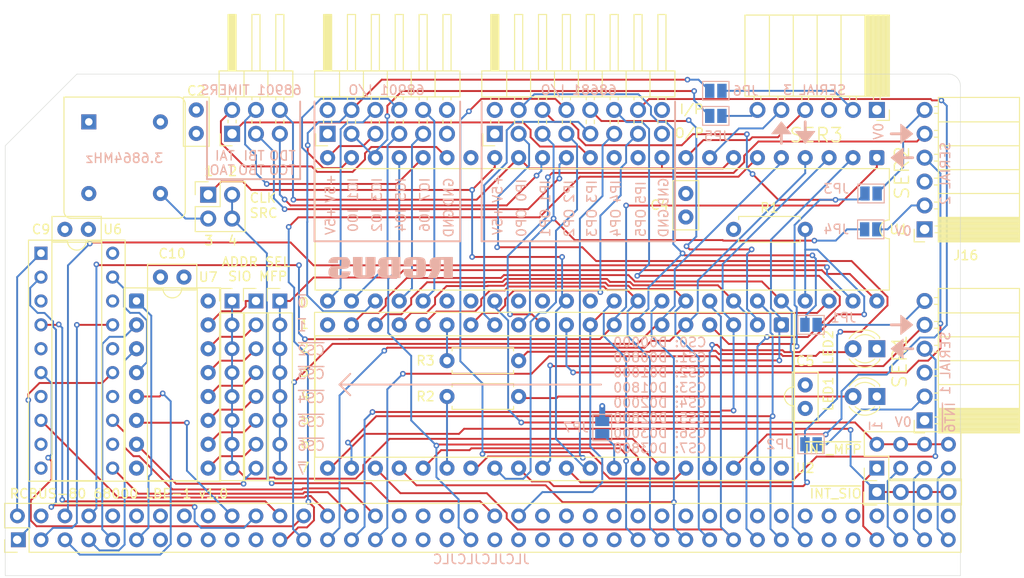
<source format=kicad_pcb>
(kicad_pcb (version 20241229) (generator "pcbnew") (generator_version "9.0")
  (layers (0 "F.Cu" signal) (4 "In1.Cu" power) (6 "In2.Cu" power) (2 "B.Cu" signal) (13 "F.Paste" user) (15 "B.Paste" user) (5 "F.SilkS" user "F.Silkscreen") (7 "B.SilkS" user "B.Silkscreen") (1 "F.Mask" user) (3 "B.Mask" user) (25 "Edge.Cuts" user))
  (net 0 "")
  (net 1 "+5V")
  (net 2 "GND")
  (net 3 "Net-(J12-Pin_3)")
  (net 4 "Net-(J12-Pin_6)")
  (net 5 "Net-(J12-Pin_1)")
  (net 6 "Net-(J12-Pin_2)")
  (net 7 "Net-(J12-Pin_4)")
  (net 8 "Net-(J12-Pin_5)")
  (net 9 "Net-(J12-Pin_7)")
  (net 10 "Net-(J12-Pin_8)")
  (net 13 "/D4")
  (net 14 "/A12")
  (net 15 "/A1")
  (net 16 "/D3")
  (net 17 "/A22")
  (net 18 "/D6")
  (net 19 "/A2")
  (net 20 "/D5")
  (net 21 "/D0")
  (net 22 "/A5")
  (net 23 "/D1")
  (net 24 "/R{slash}~{W}")
  (net 25 "/A14")
  (net 26 "/A17")
  (net 27 "/A16")
  (net 28 "/D7")
  (net 29 "/D2")
  (net 30 "/A23")
  (net 31 "/A4")
  (net 32 "/~{RESET}")
  (net 33 "/A3")
  (net 34 "/A20")
  (net 35 "/TXD1")
  (net 36 "/RXD1")
  (net 37 "/RXD2")
  (net 38 "/TXD2")
  (net 39 "/~{LDS}")
  (net 40 "/~{IACK}")
  (net 41 "/TBI")
  (net 42 "/TAI")
  (net 43 "Net-(U2-OP6)")
  (net 44 "/~{INT5}")
  (net 45 "/~{INT1}")
  (net 46 "/~{INT2}")
  (net 47 "/~{INT6}")
  (net 48 "/UART_CLK")
  (net 50 "/CLOCK2")
  (net 51 "/~{DTACK}")
  (net 52 "Net-(J6-Pin_3)")
  (net 53 "/~{AS}")
  (net 54 "/A11")
  (net 55 "/A21")
  (net 56 "/A15")
  (net 57 "/A18")
  (net 58 "/A13")
  (net 59 "/A19")
  (net 60 "Net-(D1-A)")
  (net 61 "Net-(D2-A)")
  (net 62 "/~{INT_MFP}")
  (net 63 "/~{INT_SIO}")
  (net 104 "Net-(J4-Pin_3)")
  (net 105 "/IO_2")
  (net 106 "/IO_4")
  (net 107 "/IO_6")
  (net 108 "/IO_5")
  (net 109 "/IO_3")
  (net 110 "/IO_0")
  (net 111 "/IO_7")
  (net 112 "/IO_1")
  (net 113 "Net-(J6-Pin_1)")
  (net 114 "Net-(U2-OP7)")
  (net 116 "/IP_4")
  (net 117 "/OP_3")
  (net 118 "/IP_1")
  (net 119 "/IP_3")
  (net 120 "/IP_2")
  (net 121 "/OP_2")
  (net 122 "/OP_0")
  (net 123 "/OP_4")
  (net 124 "/OP_1")
  (net 125 "/IP_0")
  (net 126 "/OP_5")
  (net 127 "/IP_5")
  (net 128 "/~{CS_SIO}")
  (net 129 "Net-(J15-Pin_6)")
  (net 130 "Net-(J15-Pin_2)")
  (net 131 "Net-(J16-Pin_6)")
  (net 132 "Net-(J16-Pin_2)")
  (net 133 "/TXD3")
  (net 134 "Net-(J17-Pin_6)")
  (net 136 "Net-(J17-Pin_2)")
  (net 137 "/RXD3")
  (net 138 "/~{CS_MFP}")
  (net 140 "Net-(J6-Pin_6)")
  (net 142 "Net-(J6-Pin_5)")
  (net 145 "Net-(U6-P=R)")
  (net 146 "Net-(JP7-B)")
  (footprint "MyLibrary2023:RCBus_80p_Medium" (layer "F.Cu") (at 82.55 120.65)
    (property "Reference" "J3" (hide yes))
    (property "Value" "RCBus_80PIN_68000")
    (fp_line (start 0 -45.72) (end 0 0) (stroke (width 0.05)) (layer "Edge.Cuts"))
    (fp_line (start 0 0) (end 101.6 0) (stroke (width 0.05)) (layer "Edge.Cuts"))
    (fp_line (start 7.62 -53.34) (end 0 -45.72) (stroke (width 0.05)) (layer "Edge.Cuts"))
    (fp_line (start 100.33 -53.34) (end 7.62 -53.34) (stroke (width 0.05)) (layer "Edge.Cuts"))
    (fp_line (start 101.6 0) (end 101.6 -52.07) (stroke (width 0.05)) (layer "Edge.Cuts"))
    (fp_arc (start 100.33 -53.34) (mid 101.228026 -52.968026) (end 101.6 -52.07) (stroke (width 0.05)) (layer "Edge.Cuts"))
  )
  (footprint "Capacitor_THT:C_Disc_D5.0mm_W2.5mm_P2.50mm" (layer "F.Cu") (at 88.895 83.82)
    (property "Reference" "C9")
    (property "Value" "100n")
  )
  (footprint "Capacitor_THT:C_Disc_D5.0mm_W2.5mm_P2.50mm" (layer "F.Cu") (at 154.94 82.51 90)
    (property "Reference" "C4")
    (property "Value" "100n")
  )
  (footprint "LED_THT:LED_D3.0mm" (layer "F.Cu") (at 175.26 96.52 180)
    (property "Reference" "D2" (hide yes))
    (property "Value" "LED")
  )
  (footprint "MyLibrary2023:PinHeader_2x04_P2.54mm_Vertical" (layer "F.Cu") (at 175.255 109.22 90)
    (property "Reference" "J1" (hide yes))
    (property "Value" "Conn_02x04_Odd_Even")
  )
  (footprint "Capacitor_THT:C_Disc_D5.0mm_W2.5mm_P2.50mm" (layer "F.Cu") (at 99.06 88.9)
    (property "Reference" "C10")
    (property "Value" "100n")
  )
  (footprint "Connector_PinSocket_2.54mm:PinSocket_1x06_P2.54mm_Horizontal" (layer "F.Cu") (at 180.34 104.14 180)
    (property "Reference" "J15" (hide yes))
    (property "Value" "Conn_01x06")
  )
  (footprint "MyLibrary2023:PinHeader_1x08_P2.54mm_Vertical" (layer "F.Cu") (at 106.675 91.44)
    (property "Reference" "J13" (hide yes))
    (property "Value" "Conn_01x08")
  )
  (footprint "Resistor_THT:R_Axial_DIN0207_L6.3mm_D2.5mm_P7.62mm_Horizontal" (layer "F.Cu") (at 129.54 97.79)
    (property "Reference" "R3")
    (property "Value" "1K")
  )
  (footprint "Package_DIP:DIP-16_W7.62mm_Socket" (layer "F.Cu") (at 96.515 91.44)
    (property "Reference" "U7")
    (property "Value" "74LS138")
  )
  (footprint "Connector_PinSocket_2.54mm:PinSocket_1x06_P2.54mm_Horizontal" (layer "F.Cu") (at 180.34 83.82 180)
    (property "Reference" "J16")
    (property "Value" "Conn_01x06")
  )
  (footprint "Connector_PinHeader_2.54mm:PinHeader_2x02_P2.54mm_Vertical" (layer "F.Cu") (at 104.14 80.137)
    (property "Reference" "J4" (hide yes))
    (property "Value" "Conn_02x02_Odd_Even")
  )
  (footprint "Connector_PinSocket_2.54mm:PinSocket_1x06_P2.54mm_Horizontal" (layer "F.Cu") (at 175.26 71.12 -90)
    (property "Reference" "J17" (hide yes))
    (property "Value" "Conn_01x06")
  )
  (footprint "MyLibrary2023:PinHeader_1x08_P2.54mm_Vertical" (layer "F.Cu") (at 109.22 91.44)
    (property "Reference" "J12" (hide yes))
    (property "Value" "Conn_01x08")
  )
  (footprint "Package_DIP:DIP-48_W15.24mm" (layer "F.Cu") (at 175.26 76.2 -90)
    (property "Reference" "U1")
    (property "Value" "68901P")
  )
  (footprint "Capacitor_THT:C_Disc_D5.0mm_W2.5mm_P2.50mm" (layer "F.Cu") (at 102.87 73.62 90)
    (property "Reference" "C2")
    (property "Value" "100n")
  )
  (footprint "Package_DIP:DIP-40_W15.24mm_Socket" (layer "F.Cu") (at 165.1 93.98 -90)
    (property "Reference" "U2")
    (property "Value" "68681P")
  )
  (footprint "Connector_PinHeader_2.54mm:PinHeader_2x06_P2.54mm_Horizontal" (layer "F.Cu") (at 116.84 73.66 90)
    (property "Reference" "J5" (hide yes))
    (property "Value" "Conn_02x06_Odd_Even")
  )
  (footprint "Connector_PinHeader_2.54mm:PinHeader_2x03_P2.54mm_Horizontal" (layer "F.Cu") (at 106.68 73.66 90)
    (property "Reference" "J6" (hide yes))
    (property "Value" "Conn_02x03_Odd_Even")
  )
  (footprint "Resistor_THT:R_Axial_DIN0207_L6.3mm_D2.5mm_P7.62mm_Horizontal" (layer "F.Cu") (at 129.54 101.6)
    (property "Reference" "R2")
    (property "Value" "1K")
  )
  (footprint "Connector_PinHeader_2.54mm:PinHeader_1x04_P2.54mm_Vertical" (layer "F.Cu") (at 175.26 111.76 90)
    (property "Reference" "J2" (hide yes))
    (property "Value" "Conn_01x04")
  )
  (footprint "Oscillator:Oscillator_DIP-8" (layer "F.Cu") (at 91.44 72.39 -90)
    (property "Reference" "X1" (hide yes))
    (property "Value" "3.6864MHz")
  )
  (footprint "LED_THT:LED_D3.0mm" (layer "F.Cu") (at 175.26 101.6 180)
    (property "Reference" "D1" (hide yes))
    (property "Value" "LED")
  )
  (footprint "MyLibrary2023:DIP-20_W7.62mm_Socket" (layer "F.Cu") (at 86.355 86.36)
    (property "Reference" "U6")
    (property "Value" "74LS688")
  )
  (footprint "Capacitor_THT:C_Disc_D5.0mm_W2.5mm_P2.50mm" (layer "F.Cu") (at 167.64 100.37 -90)
    (property "Reference" "C5")
    (property "Value" "100n")
  )
  (footprint "MyLibrary2023:PinHeader_1x08_P2.54mm_Vertical" (layer "F.Cu") (at 111.76 91.44)
    (property "Reference" "J18" (hide yes))
    (property "Value" "Conn_01x08")
  )
  (footprint "Resistor_THT:R_Axial_DIN0207_L6.3mm_D2.5mm_P7.62mm_Horizontal" (layer "F.Cu") (at 167.64 83.82 180)
    (property "Reference" "R1")
    (property "Value" "10K")
  )
  (footprint "Connector_PinHeader_2.54mm:PinHeader_2x08_P2.54mm_Horizontal" (layer "F.Cu") (at 134.62 73.66 90)
    (property "Reference" "J8" (hide yes))
    (property "Value" "Conn_02x08_Odd_Even")
  )
  (footprint "Jumper:SolderJumper-2_P1.3mm_Open_Pad1.0x1.5mm" (layer "B.Cu") (at 158.13 71.755)
    (property "Reference" "JP5")
    (property "Value" "SolderJumper")
  )
  (footprint "Jumper:SolderJumper-2_P1.3mm_Open_Pad1.0x1.5mm" (layer "B.Cu") (at 168.26 106.68)
    (property "Reference" "JP2")
    (property "Value" "SolderJumper")
  )
  (footprint "Jumper:SolderJumper-2_P1.3mm_Open_Pad1.0x1.5mm" (layer "B.Cu") (at 168.26 93.98)
    (property "Reference" "JP1")
    (property "Value" "SolderJumper")
  )
  (footprint "MyLibrary2023:RCBUS_LOGO" (layer "B.Cu") (at 123.317 87.884 180)
    (property "Reference" "G***")
    (property "Value" "LOGO" (hide yes))
  )
  (footprint "Jumper:SolderJumper-2_P1.3mm_Open_Pad1.0x1.5mm" (layer "B.Cu") (at 174.61 83.82)
    (property "Reference" "JP4")
    (property "Value" "SolderJumper")
  )
  (footprint "Jumper:SolderJumper-2_P1.3mm_Open_Pad1.0x1.5mm" (layer "B.Cu") (at 146.05 104.902 -90)
    (property "Reference" "JP7")
    (property "Value" "SolderJumper_2_Open")
  )
  (footprint "Jumper:SolderJumper-2_P1.3mm_Open_Pad1.0x1.5mm" (layer "B.Cu") (at 158.13 69.088)
    (property "Reference" "JP6")
    (property "Value" "SolderJumper")
  )
  (footprint "Jumper:SolderJumper-2_P1.3mm_Open_Pad1.0x1.5mm" (layer "B.Cu") (at 174.64 80.01)
    (property "Reference" "JP3")
    (property "Value" "SolderJumper")
  )
  (gr_line (start 167.64 73.406) (end 167.64 72.39) (stroke (width 0.3)) (layer "B.SilkS"))
  (gr_poly (pts (xy 165.1 72.39) (xy 164.084 73.66) (xy 166.116 73.66)) (stroke (width 0.1)) (fill yes) (layer "B.SilkS"))
  (gr_line (start 133.223 85.09) (end 153.797 85.09) (stroke (width 0.2)) (layer "B.SilkS"))
  (gr_line (start 113.919 78.486) (end 104.013 78.486) (stroke (width 0.2)) (layer "B.SilkS"))
  (gr_line (start 130.937 85.09) (end 130.937 70.231) (stroke (width 0.2)) (layer "B.SilkS"))
  (gr_line (start 177.8 93.98) (end 176.784 93.98) (stroke (width 0.3)) (layer "B.SilkS"))
  (gr_line (start 115.443 85.09) (end 130.937 85.09) (stroke (width 0.2)) (layer "B.SilkS"))
  (gr_line (start 115.443 70.231) (end 115.443 85.09) (stroke (width 0.2)) (layer "B.SilkS"))
  (gr_poly (pts (xy 167.64 74.676) (xy 168.656 73.406) (xy 166.624 73.406)) (stroke (width 0.1)) (fill yes) (layer "B.SilkS"))
  (gr_poly (pts (xy 176.784 96.52) (xy 178.054 97.536) (xy 178.054 95.504)) (stroke (width 0.1)) (fill yes) (layer "B.SilkS"))
  (gr_line (start 145.923 100.33) (end 118.11 100.33) (stroke (width 0.2)) (layer "B.SilkS"))
  (gr_line (start 178.054 96.52) (end 179.07 96.52) (stroke (width 0.3)) (layer "B.SilkS"))
  (gr_poly (pts (xy 176.784 76.2) (xy 178.054 77.216) (xy 178.054 75.184)) (stroke (width 0.1)) (fill yes) (layer "B.SilkS"))
  (gr_line (start 118.11 100.33) (end 119.253 99.187) (stroke (width 0.2)) (layer "B.SilkS"))
  (gr_line (start 177.8 73.66) (end 176.784 73.66) (stroke (width 0.3)) (layer "B.SilkS"))
  (gr_line (start 133.223 70.231) (end 133.223 85.09) (stroke (width 0.2)) (layer "B.SilkS"))
  (gr_line (start 153.797 85.09) (end 153.797 70.231) (stroke (width 0.2)) (layer "B.SilkS"))
  (gr_poly (pts (xy 179.07 93.98) (xy 177.8 92.964) (xy 177.8 94.996)) (stroke (width 0.1)) (fill yes) (layer "B.SilkS"))
  (gr_line (start 104.013 78.486) (end 104.013 70.231) (stroke (width 0.2)) (layer "B.SilkS"))
  (gr_line (start 178.054 76.2) (end 179.07 76.2) (stroke (width 0.3)) (layer "B.SilkS"))
  (gr_poly (pts (xy 179.07 73.66) (xy 177.8 72.644) (xy 177.8 74.676)) (stroke (width 0.1)) (fill yes) (layer "B.SilkS"))
  (gr_line (start 113.919 70.231) (end 113.919 78.486) (stroke (width 0.2)) (layer "B.SilkS"))
  (gr_line (start 118.11 100.33) (end 119.253 101.473) (stroke (width 0.2)) (layer "B.SilkS"))
  (gr_line (start 165.1 73.66) (end 165.1 74.676) (stroke (width 0.3)) (layer "B.SilkS"))
  (gr_text "~{INT_SIO}" (at 173.736 112.522 0) (layer "F.SilkS") (effects (font (size 1 1)) (justify right bottom)))
  (gr_text "LED2" (at 170.688 98.298 90) (layer "F.SilkS") (effects (font (size 1 1)) (justify left bottom)))
  (gr_text "0" (at 113.792 92.202 0) (layer "F.SilkS") (effects (font (size 1 1)) (justify left bottom)))
  (gr_text "SER1" (at 178.562 100.838 90) (layer "F.SilkS") (effects (font (size 1.5 1.5)) (justify left bottom)))
  (gr_text "CLK\nSRC" (at 108.458 82.677 0) (layer "F.SilkS") (effects (font (size 1 1)) (justify left bottom)))
  (gr_text "~{INT_MFP}" (at 173.736 107.823 0) (layer "F.SilkS") (effects (font (size 1 1)) (justify right bottom)))
  (gr_text "4" (at 113.852 102.108 0) (layer "F.SilkS") (effects (font (size 1 1)) (justify left bottom)))
  (gr_text "6" (at 113.852 107.188 0) (layer "F.SilkS") (effects (font (size 1 1)) (justify left bottom)))
  (gr_text "O/P" (at 153.67 74.168 0) (layer "F.SilkS") (effects (font (size 1 1)) (justify left bottom)))
  (gr_text "5" (at 113.852 104.648 0) (layer "F.SilkS") (effects (font (size 1 1)) (justify left bottom)))
  (gr_text "1" (at 113.792 94.488 0) (layer "F.SilkS") (effects (font (size 1 1)) (justify left bottom)))
  (gr_text "2" (at 113.792 97.028 0) (layer "F.SilkS") (effects (font (size 1 1)) (justify left bottom)))
  (gr_text "MFP" (at 112.649 89.408 0) (layer "F.SilkS") (effects (font (size 1 1)) (justify right bottom)))
  (gr_text "LED1" (at 170.688 103.251 90) (layer "F.SilkS") (effects (font (size 1 1)) (justify left bottom)))
  (gr_text "7" (at 113.852 109.728 0) (layer "F.SilkS") (effects (font (size 1 1)) (justify left bottom)))
  (gr_text "3" (at 113.792 99.568 0) (layer "F.SilkS") (effects (font (size 1 1)) (justify left bottom)))
  (gr_text "ADDR SEL" (at 109.22 87.884 0) (layer "F.SilkS") (effects (font (size 1 1)) (justify bottom)))
  (gr_text "1" (at 103.632 78.232 0) (layer "F.SilkS") (effects (font (size 1 1)) (justify left bottom)))
  (gr_text "SER3" (at 165.862 74.676 0) (layer "F.SilkS") (effects (font (size 1.5 1.5)) (justify left bottom)))
  (gr_text "RCBUS-80 68000 LBE-1 v1.0" (at 82.931 112.522 0) (layer "F.SilkS") (effects (font (size 1 1)) (justify left bottom)))
  (gr_text "3" (at 103.632 85.598 0) (layer "F.SilkS") (effects (font (size 1 1)) (justify left bottom)))
  (gr_text "SIO" (at 108.839 89.408 0) (layer "F.SilkS") (effects (font (size 1 1)) (justify right bottom)))
  (gr_text "SER2" (at 178.816 80.772 90) (layer "F.SilkS") (effects (font (size 1.5 1.5)) (justify left bottom)))
  (gr_text "4" (at 106.172 85.598 0) (layer "F.SilkS") (effects (font (size 1 1)) (justify left bottom)))
  (gr_text "2" (at 106.172 78.232 0) (layer "F.SilkS") (effects (font (size 1 1)) (justify left bottom)))
  (gr_text "I/P" (at 154.178 71.628 0) (layer "F.SilkS") (effects (font (size 1 1)) (justify left bottom)))
  (gr_text "~{CS6}" (at 113.538 107.442 0) (layer "B.SilkS") (effects (font (size 1 1)) (justify right bottom mirror)))
  (gr_text "IO5" (at 125.222 78.232 90) (layer "B.SilkS") (effects (font (size 1 1)) (justify left bottom mirror)))
  (gr_text "OP1" (at 140.589 81.534 90) (layer "B.SilkS") (effects (font (size 1 1)) (justify left bottom mirror)))
  (gr_text "TAO" (at 107.061 78.105 0) (layer "B.SilkS") (effects (font (size 1 1)) (justify left bottom mirror)))
  (gr_text "IO4" (at 125.222 81.534 90) (layer "B.SilkS") (effects (font (size 1 1)) (justify left bottom mirror)))
  (gr_text "SERIAL 2" (at 183.134 74.422 90) (layer "B.SilkS") (effects (font (size 1 1)) (justify left bottom mirror)))
  (gr_text "IO2" (at 122.682 81.534 90) (layer "B.SilkS") (effects (font (size 1 1)) (justify left bottom mirror)))
  (gr_text "OP2" (at 143.129 81.534 90) (layer "B.SilkS") (effects (font (size 1 1)) (justify left bottom mirror)))
  (gr_text "IO7" (at 127.762 78.232 90) (layer "B.SilkS") (effects (font (size 1 1)) (justify left bottom mirror)))
  (gr_text "TAI" (at 107.061 76.581 0) (layer "B.SilkS") (effects (font (size 1 1)) (justify left bottom mirror)))
  (gr_text "TDO" (at 113.538 76.581 0) (layer "B.SilkS") (effects (font (size 1 1)) (justify left bottom mirror)))
  (gr_text "TBI" (at 110.236 76.581 0) (layer "B.SilkS") (effects (font (size 1 1)) (justify left bottom mirror)))
  (gr_text "IP2" (at 143.129 78.486 90) (layer "B.SilkS") (effects (font (size 1 1)) (justify left bottom mirror)))
  (gr_text "~{CS4}" (at 113.538 102.362 0) (layer "B.SilkS") (effects (font (size 1 1)) (justify right bottom mirror)))
  (gr_text "TCO" (at 113.538 78.105 0) (layer "B.SilkS") (effects (font (size 1 1)) (justify left bottom mirror)))
  (gr_text "+5V" (at 135.509 77.851 90) (layer "B.SilkS") (effects (font (size 1 1)) (justify left bottom mirror)))
  (gr_text "JLCJLCJLCJLC" (at 138.425 119.4925 0) (layer "B.SilkS") (effects (font (size 1 1)) (justify left bottom mirror)))
  (gr_text "~{1}" (at 175.895 104.14 90) (layer "B.SilkS") (effects (font (size 1 1)) (justify left bottom mirror)))
  (gr_text "~{CS5}" (at 113.538 104.902 0) (layer "B.SilkS") (effects (font (size 1 1)) (justify right bottom mirror)))
  (gr_text "0V" (at 176.022 72.39 90) (layer "B.SilkS") (effects (font (size 1 1)) (justify left bottom mirror)))
  (gr_text "IP0" (at 138.049 78.359 90) (layer "B.SilkS") (effects (font (size 1 1)) (justify left bottom mirror)))
  (gr_text "IO6" (at 127.762 81.534 90) (layer "B.SilkS") (effects (font (size 1 1)) (justify left bottom mirror)))
  (gr_text "~{1}" (at 114.681 94.742 0) (layer "B.SilkS") (effects (font (size 1 1)) (justify left bottom mirror)))
  (gr_text "0V" (at 179.07 104.902 0) (layer "B.SilkS") (effects (font (size 1 1)) (justify left bottom mirror)))
  (gr_text "~{INT6}" (at 183.642 102.108 90) (layer "B.SilkS") (effects (font (size 1 1)) (justify left bottom mirror)))
  (gr_text "~{CS3}" (at 113.538 99.822 0) (layer "B.SilkS") (effects (font (size 1 1)) (justify right bottom mirror)))
  (gr_text "CS0: D00000\nCS1: D00800\nCS2: D01000\nCS3: D01800\nCS4: D02000\nCS5: D02800\nCS6: D03000\nCS7: D03800" (at 157.226 95.25 0) (layer "B.SilkS") (effects (font (size 1 1)) (justify left top mirror)))
  (gr_text "GND" (at 153.162 81.534 90) (layer "B.SilkS") (effects (font (size 1 1)) (justify left bottom mirror)))
  (gr_text "SERIAL 3" (at 172.085 69.596 0) (layer "B.SilkS") (effects (font (size 1 1)) (justify left bottom mirror)))
  (gr_text "68681 I/O" (at 147.701 69.596 0) (layer "B.SilkS") (effects (font (size 1 1)) (justify left bottom mirror)))
  (gr_text "IO3" (at 122.682 78.232 90) (layer "B.SilkS") (effects (font (size 1 1)) (justify left bottom mirror)))
  (gr_text "+5V" (at 117.729 77.851 90) (layer "B.SilkS") (effects (font (size 1 1)) (justify left bottom mirror)))
  (gr_text "IO0" (at 120.142 81.534 90) (layer "B.SilkS") (effects (font (size 1 1)) (justify left bottom mirror)))
  (gr_text "~{7}" (at 114.681 109.982 0) (layer "B.SilkS") (effects (font (size 1 1)) (justify left bottom mirror)))
  (gr_text "+5V" (at 117.729 81.28 90) (layer "B.SilkS") (effects (font (size 1 1)) (justify left bottom mirror)))
  (gr_text "OP3" (at 145.542 81.534 90) (layer "B.SilkS") (effects (font (size 1 1)) (justify left bottom mirror)))
  (gr_text "IO1" (at 120.142 78.232 90) (layer "B.SilkS") (effects (font (size 1 1)) (justify left bottom mirror)))
  (gr_text "IP5" (at 150.749 78.613 90) (layer "B.SilkS") (effects (font (size 1 1)) (justify left bottom mirror)))
  (gr_text "OP0" (at 138.049 81.534 90) (layer "B.SilkS") (effects (font (size 1 1)) (justify left bottom mirror)))
  (gr_text "3.6864MHz" (at 99.441 76.835 0) (layer "B.SilkS") (effects (font (size 1 1)) (justify left bottom mirror)))
  (gr_text "0V" (at 179.07 84.582 0) (layer "B.SilkS") (effects (font (size 1 1)) (justify left bottom mirror)))
  (gr_text "~{CS2}" (at 113.538 97.282 0) (layer "B.SilkS") (effects (font (size 1 1)) (justify right bottom mirror)))
  (gr_text "~{0}" (at 114.681 92.202 0) (layer "B.SilkS") (effects (font (size 1 1)) (justify left bottom mirror)))
  (gr_text "GND" (at 130.302 81.534 90) (layer "B.SilkS") (effects (font (size 1 1)) (justify left bottom mirror)))
  (gr_text "IP3" (at 145.542 78.486 90) (layer "B.SilkS") (effects (font (size 1 1)) (justify left bottom mirror)))
  (gr_text "68901 TIMERS" (at 114.173 69.596 0) (layer "B.SilkS") (effects (font (size 1 1)) (justify left bottom mirror)))
  (gr_text "SERIAL 1" (at 183.134 94.615 90) (layer "B.SilkS") (effects (font (size 1 1)) (justify left bottom mirror)))
  (gr_text "IP1" (at 140.589 78.486 90) (layer "B.SilkS") (effects (font (size 1 1)) (justify left bottom mirror)))
  (gr_text "GND" (at 130.302 78.232 90) (layer "B.SilkS") (effects (font (size 1 1)) (justify left bottom mirror)))
  (gr_text "TBO" (at 110.236 78.105 0) (layer "B.SilkS") (effects (font (size 1 1)) (justify left bottom mirror)))
  (gr_text "IP4" (at 148.082 78.486 90) (layer "B.SilkS") (effects (font (size 1 1)) (justify left bottom mirror)))
  (gr_text "+5V" (at 135.509 81.28 90) (layer "B.SilkS") (effects (font (size 1 1)) (justify left bottom mirror)))
  (gr_text "OP4" (at 148.082 81.534 90) (layer "B.SilkS") (effects (font (size 1 1)) (justify left bottom mirror)))
  (gr_text "OP5" (at 150.749 81.534 90) (layer "B.SilkS") (effects (font (size 1 1)) (justify left bottom mirror)))
  (gr_text "GND" (at 153.162 78.232 90) (layer "B.SilkS") (effects (font (size 1 1)) (justify left bottom mirror)))
  (gr_text "68901 I/O" (at 127.254 69.596 0) (layer "B.SilkS") (effects (font (size 1 1)) (justify left bottom mirror)))
  (via (at 146.05 102.616) (size 0.6) (drill 0.3) (layers "F.Cu" "B.Cu") (net 2))
  (segment (start 146.05 104.252) (end 146.05 102.616) (width 0.635) (layer "B.Cu") (net 2))
  (segment (start 109.22 96.52) (end 107.95 97.79) (width 0.2032) (layer "F.Cu") (net 3))
  (segment (start 107.95 97.79) (end 105.405 97.79) (width 0.2032) (layer "F.Cu") (net 3))
  (segment (start 105.405 97.79) (end 104.135 99.06) (width 0.2032) (layer "F.Cu") (net 3))
  (segment (start 104.135 106.68) (end 105.405 105.41) (width 0.2032) (layer "F.Cu") (net 4))
  (segment (start 105.405 105.41) (end 107.95 105.41) (width 0.2032) (layer "F.Cu") (net 4))
  (segment (start 107.95 105.41) (end 109.22 104.14) (width 0.2032) (layer "F.Cu") (net 4))
  (segment (start 104.135 93.98) (end 105.5843 92.5307) (width 0.2032) (layer "F.Cu") (net 5))
  (segment (start 105.5843 92.5307) (end 107.6351 92.5307) (width 0.2032) (layer "F.Cu") (net 5))
  (segment (start 107.6351 92.5307) (end 108.1293 92.0365) (width 0.2032) (layer "F.Cu") (net 5))
  (segment (start 108.1293 92.0365) (end 108.1293 91.44) (width 0.2032) (layer "F.Cu") (net 5))
  (segment (start 109.22 91.44) (end 108.1293 91.44) (width 0.2032) (layer "F.Cu") (net 5))
  (segment (start 104.135 96.52) (end 105.405 95.25) (width 0.2032) (layer "F.Cu") (net 6))
  (segment (start 105.405 95.25) (end 107.95 95.25) (width 0.2032) (layer "F.Cu") (net 6))
  (segment (start 107.95 95.25) (end 109.22 93.98) (width 0.2032) (layer "F.Cu") (net 6))
  (segment (start 105.278 100.457) (end 104.135 101.6) (width 0.2032) (layer "F.Cu") (net 7))
  (segment (start 107.823 100.457) (end 105.278 100.457) (width 0.2032) (layer "F.Cu") (net 7))
  (segment (start 109.22 99.06) (end 107.823 100.457) (width 0.2032) (layer "F.Cu") (net 7))
  (segment (start 104.135 104.14) (end 105.278 102.997) (width 0.2032) (layer "F.Cu") (net 8))
  (segment (start 107.823 102.997) (end 109.22 101.6) (width 0.2032) (layer "F.Cu") (net 8))
  (segment (start 105.278 102.997) (end 107.823 102.997) (width 0.2032) (layer "F.Cu") (net 8))
  (segment (start 107.95 107.95) (end 109.22 106.68) (width 0.2032) (layer "F.Cu") (net 9))
  (segment (start 105.405 107.95) (end 107.95 107.95) (width 0.2032) (layer "F.Cu") (net 9))
  (segment (start 104.135 109.22) (end 105.405 107.95) (width 0.2032) (layer "F.Cu") (net 9))
  (segment (start 100.7175 110.8825) (end 96.515 106.68) (width 0.2032) (layer "F.Cu") (net 10))
  (segment (start 107.9007 110.8825) (end 100.7175 110.8825) (width 0.2032) (layer "F.Cu") (net 10))
  (via (at 107.9007 110.8825) (size 0.6) (drill 0.3) (layers "F.Cu" "B.Cu") (net 10))
  (segment (start 107.9007 110.5393) (end 107.9007 110.8825) (width 0.2032) (layer "B.Cu") (net 10))
  (segment (start 109.22 109.22) (end 107.9007 110.5393) (width 0.2032) (layer "B.Cu") (net 10))
  (segment (start 137.059 115.7429) (end 158.9229 115.7429) (width 0.2032) (layer "F.Cu") (net 13))
  (segment (start 135.8901 114.0047) (end 135.8901 114.574) (width 0.2032) (layer "F.Cu") (net 13))
  (segment (start 135.8901 114.574) (end 137.059 115.7429) (width 0.2032) (layer "F.Cu") (net 13))
  (segment (start 124.5848 111.8848) (end 133.7702 111.8848) (width 0.2032) (layer "F.Cu") (net 13))
  (segment (start 158.9229 115.7429) (end 160.02 116.84) (width 0.2032) (layer "F.Cu") (net 13))
  (segment (start 121.92 109.22) (end 124.5848 111.8848) (width 0.2032) (layer "F.Cu") (net 13))
  (segment (start 133.7702 111.8848) (end 135.8901 114.0047) (width 0.2032) (layer "F.Cu") (net 13))
  (segment (start 158.669 115.489) (end 158.669 93.097388) (width 0.2032) (layer "B.Cu") (net 13))
  (segment (start 160.02 116.84) (end 158.669 115.489) (width 0.2032) (layer "B.Cu") (net 13))
  (segment (start 158.669 93.097388) (end 157.48 91.908388) (width 0.2032) (layer "B.Cu") (net 13))
  (segment (start 157.48 91.908388) (end 157.48 91.44) (width 0.2032) (layer "B.Cu") (net 13))
  (segment (start 93.98 116.84) (end 92.8717 115.7317) (width 0.2032) (layer "B.Cu") (net 14))
  (segment (start 95.245 95.25) (end 96.515 93.98) (width 0.2032) (layer "B.Cu") (net 14))
  (segment (start 92.8717 115.7317) (end 92.8717 96.0049) (width 0.2032) (layer "B.Cu") (net 14))
  (segment (start 93.6266 95.25) (end 95.245 95.25) (width 0.2032) (layer "B.Cu") (net 14))
  (segment (start 92.8717 96.0049) (end 93.6266 95.25) (width 0.2032) (layer "B.Cu") (net 14))
  (segment (start 164.8891 97.7645) (end 164.8891 97.7646) (width 0.2032) (layer "F.Cu") (net 15))
  (segment (start 158.1318 97.3209) (end 158.5754 97.7645) (width 0.2032) (layer "F.Cu") (net 15))
  (segment (start 140.3926 97.3209) (end 158.1318 97.3209) (width 0.2032) (layer "F.Cu") (net 15))
  (segment (start 124.8469 99.1811) (end 138.5324 99.1811) (width 0.2032) (layer "F.Cu") (net 15))
  (segment (start 158.5754 97.7645) (end 164.8891 97.7645) (width 0.2032) (layer "F.Cu") (net 15))
  (segment (start 138.5324 99.1811) (end 140.3926 97.3209) (width 0.2032) (layer "F.Cu") (net 15))
  (via (at 124.8469 99.1811) (size 0.6) (drill 0.3) (layers "F.Cu" "B.Cu") (net 15))
  (via (at 164.8891 97.7646) (size 0.6) (drill 0.3) (layers "F.Cu" "B.Cu") (net 15))
  (segment (start 123.19 100.838) (end 123.19 115.57) (width 0.2032) (layer "B.Cu") (net 15))
  (segment (start 165.1 93.98) (end 164.8891 94.1909) (width 0.2032) (layer "B.Cu") (net 15))
  (segment (start 163.9967 92.2321) (end 163.9967 84.9233) (width 0.2032) (layer "B.Cu") (net 15))
  (segment (start 165.1 93.3354) (end 163.9967 92.2321) (width 0.2032) (layer "B.Cu") (net 15))
  (segment (start 164.8891 94.1909) (end 164.8891 97.7645) (width 0.2032) (layer "B.Cu") (net 15))
  (segment (start 163.9967 84.9233) (end 172.72 76.2) (width 0.2032) (layer "B.Cu") (net 15))
  (segment (start 164.8891 97.7645) (end 164.8891 97.7646) (width 0.2032) (layer "B.Cu") (net 15))
  (segment (start 123.19 115.57) (end 121.92 116.84) (width 0.2032) (layer "B.Cu") (net 15))
  (segment (start 165.1 93.98) (end 165.1 93.3354) (width 0.2032) (layer "B.Cu") (net 15))
  (segment (start 124.8469 99.1811) (end 123.19 100.838) (width 0.2032) (layer "B.Cu") (net 15))
  (segment (start 154.94 91.44) (end 153.6775 90.1775) (width 0.2032) (layer "F.Cu") (net 16))
  (segment (start 133.8895 89.8198) (end 133.8559 89.8534) (width 0.2032) (layer "F.Cu") (net 16))
  (segment (start 135.604 89.8198) (end 135.9244 89.4994) (width 0.2032) (layer "F.Cu") (net 16))
  (segment (start 148.8338 89.8198) (end 146.7059 89.8198) (width 0.2032) (layer "F.Cu") (net 16))
  (segment (start 133.8559 89.8534) (end 129.496 89.8534) (width 0.2032) (layer "F.Cu") (net 16))
  (segment (start 129.496 89.8534) (end 128.27 91.0794) (width 0.2032) (layer "F.Cu") (net 16))
  (segment (start 146.7059 89.8198) (end 146.3855 89.4994) (width 0.2032) (layer "F.Cu") (net 16))
  (segment (start 153.6775 90.1775) (end 149.1915 90.1775) (width 0.2032) (layer "F.Cu") (net 16))
  (segment (start 135.604 89.8198) (end 133.8895 89.8198) (width 0.2032) (layer "F.Cu") (net 16))
  (segment (start 127.3529 92.71) (end 125.73 92.71) (width 0.2032) (layer "F.Cu") (net 16))
  (segment (start 128.27 91.0794) (end 128.27 91.7929) (width 0.2032) (layer "F.Cu") (net 16))
  (segment (start 149.1915 90.1775) (end 148.8338 89.8198) (width 0.2032) (layer "F.Cu") (net 16))
  (segment (start 146.3855 89.4994) (end 135.9244 89.4994) (width 0.2032) (layer "F.Cu") (net 16))
  (segment (start 128.27 91.7929) (end 127.3529 92.71) (width 0.2032) (layer "F.Cu") (net 16))
  (segment (start 125.73 92.71) (end 124.46 93.98) (width 0.2032) (layer "F.Cu") (net 16))
  (segment (start 156.3165 97.47255) (end 156.3165 115.6765) (width 0.2032) (layer "B.Cu") (net 16))
  (segment (start 156.3165 115.6765) (end 157.48 116.84) (width 0.2032) (layer "B.Cu") (net 16))
  (segment (start 154.94 91.44) (end 153.8287 92.5513) (width 0.2032) (layer "B.Cu") (net 16))
  (segment (start 153.8287 94.98475) (end 156.3165 97.47255) (width 0.2032) (layer "B.Cu") (net 16))
  (segment (start 153.8287 92.5513) (end 153.8287 94.98475) (width 0.2032) (layer "B.Cu") (net 16))
  (segment (start 87.6243 113.1797) (end 87.4529 113.3511) (width 0.2032) (layer "F.Cu") (net 17))
  (segment (start 102.5215 113.1797) (end 87.6243 113.1797) (width 0.2032) (layer "F.Cu") (net 17))
  (segment (start 102.6971 113.3553) (end 102.5215 113.1797) (width 0.2032) (layer "F.Cu") (net 17))
  (via (at 102.6971 113.3553) (size 0.6) (drill 0.3) (layers "F.Cu" "B.Cu") (net 17))
  (via (at 87.4529 113.3511) (size 0.6) (drill 0.3) (layers "F.Cu" "B.Cu") (net 17))
  (segment (start 103.378 115.57) (end 102.6971 114.8891) (width 0.2032) (layer "B.Cu") (net 17))
  (segment (start 87.9504 112.8536) (end 87.4529 113.3511) (width 0.2032) (layer "B.Cu") (net 17))
  (segment (start 86.355 88.9) (end 85.2076 90.0474) (width 0.2032) (layer "B.Cu") (net 17))
  (segment (start 86.7287 92.71) (end 87.6419 93.6232) (width 0.2032) (layer "B.Cu") (net 17))
  (segment (start 85.2076 91.9169) (end 86.0007 92.71) (width 0.2032) (layer "B.Cu") (net 17))
  (segment (start 85.2076 90.0474) (end 85.2076 91.9169) (width 0.2032) (layer "B.Cu") (net 17))
  (segment (start 87.6419 93.6232) (end 87.6419 94.1843) (width 0.2032) (layer "B.Cu") (net 17))
  (segment (start 87.6419 94.1843) (end 87.9504 94.4928) (width 0.2032) (layer "B.Cu") (net 17))
  (segment (start 86.0007 92.71) (end 86.7287 92.71) (width 0.2032) (layer "B.Cu") (net 17))
  (segment (start 109.22 114.3) (end 107.95 115.57) (width 0.2032) (layer "B.Cu") (net 17))
  (segment (start 107.95 115.57) (end 103.378 115.57) (width 0.2032) (layer "B.Cu") (net 17))
  (segment (start 87.9504 94.4928) (end 87.9504 112.8536) (width 0.2032) (layer "B.Cu") (net 17))
  (segment (start 102.6971 114.8891) (end 102.6971 113.3553) (width 0.2032) (layer "B.Cu") (net 17))
  (segment (start 119.2137 106.4994) (end 122.0165 103.6966) (width 0.2032) (layer "F.Cu") (net 18))
  (segment (start 119.0023 106.4994) (end 119.2137 106.4994) (width 0.2032) (layer "F.Cu") (net 18))
  (segment (start 122.0165 103.6966) (end 164.1729 103.6966) (width 0.2032) (layer "F.Cu") (net 18))
  (via (at 119.0023 106.4994) (size 0.6) (drill 0.3) (layers "F.Cu" "B.Cu") (net 18))
  (via (at 164.1729 103.6966) (size 0.6) (drill 0.3) (layers "F.Cu" "B.Cu") (net 18))
  (segment (start 163.9474 103.9221) (end 164.1729 103.6966) (width 0.2032) (layer "B.Cu") (net 18))
  (segment (start 165.1 116.84) (end 163.9474 115.6874) (width 0.2032) (layer "B.Cu") (net 18))
  (segment (start 163.9474 115.6874) (end 163.9474 103.9221) (width 0.2032) (layer "B.Cu") (net 18))
  (segment (start 163.9474 94.7991) (end 163.9474 92.8274) (width 0.2032) (layer "B.Cu") (net 18))
  (segment (start 163.9474 92.8274) (end 162.56 91.44) (width 0.2032) (layer "B.Cu") (net 18))
  (segment (start 119.38 109.22) (end 119.38 106.8771) (width 0.2032) (layer "B.Cu") (net 18))
  (segment (start 164.1729 95.0246) (end 163.9474 94.7991) (width 0.2032) (layer "B.Cu") (net 18))
  (segment (start 164.1729 103.6966) (end 164.1729 95.0246) (width 0.2032) (layer "B.Cu") (net 18))
  (segment (start 119.38 106.8771) (end 119.0023 106.4994) (width 0.2032) (layer "B.Cu") (net 18))
  (segment (start 158.5882 103.249) (end 121.6109 103.249) (width 0.2032) (layer "F.Cu") (net 19))
  (segment (start 158.7422 103.095) (end 158.5882 103.249) (width 0.2032) (layer "F.Cu") (net 19))
  (segment (start 160.02 103.095) (end 158.7422 103.095) (width 0.2032) (layer "F.Cu") (net 19))
  (via (at 121.6109 103.249) (size 0.6) (drill 0.3) (layers "F.Cu" "B.Cu") (net 19))
  (via (at 160.02 103.095) (size 0.6) (drill 0.3) (layers "F.Cu" "B.Cu") (net 19))
  (segment (start 120.7728 115.4472) (end 120.7728 104.0871) (width 0.2032) (layer "B.Cu") (net 19))
  (segment (start 119.38 116.84) (end 120.7728 115.4472) (width 0.2032) (layer "B.Cu") (net 19))
  (segment (start 160.02 103.095) (end 160.02 93.98) (width 0.2032) (layer "B.Cu") (net 19))
  (segment (start 158.8572 87.5228) (end 158.8572 92.5632) (width 0.2032) (layer "B.Cu") (net 19))
  (segment (start 160.02 93.726) (end 160.02 93.98) (width 0.2032) (layer "B.Cu") (net 19))
  (segment (start 120.7728 104.0871) (end 121.6109 103.249) (width 0.2032) (layer "B.Cu") (net 19))
  (segment (start 170.18 76.2) (end 158.8572 87.5228) (width 0.2032) (layer "B.Cu") (net 19))
  (segment (start 158.8572 92.5632) (end 160.02 93.726) (width 0.2032) (layer "B.Cu") (net 19))
  (segment (start 133.6882 89.4485) (end 127.4241 89.4485) (width 0.2032) (layer "F.Cu") (net 20))
  (segment (start 123.0473 92.8527) (end 121.92 93.98) (width 0.2032) (layer "F.Cu") (net 20))
  (segment (start 135.4363 89.4149) (end 135.7567 89.0945) (width 0.2032) (layer "F.Cu") (net 20))
  (segment (start 158.3526 89.7726) (end 149.3592 89.7726) (width 0.2032) (layer "F.Cu") (net 20))
  (segment (start 149.3592 89.7726) (end 149.0015 89.4149) (width 0.2032) (layer "F.Cu") (net 20))
  (segment (start 146.5532 89.0945) (end 135.7567 89.0945) (width 0.2032) (layer "F.Cu") (net 20))
  (segment (start 133.7218 89.4149) (end 133.6882 89.4485) (width 0.2032) (layer "F.Cu") (net 20))
  (segment (start 135.4363 89.4149) (end 133.7218 89.4149) (width 0.2032) (layer "F.Cu") (net 20))
  (segment (start 160.02 91.44) (end 158.3526 89.7726) (width 0.2032) (layer "F.Cu") (net 20))
  (segment (start 124.6805 92.8527) (end 123.0473 92.8527) (width 0.2032) (layer "F.Cu") (net 20))
  (segment (start 127.4241 89.4485) (end 125.73 91.1426) (width 0.2032) (layer "F.Cu") (net 20))
  (segment (start 149.0015 89.4149) (end 146.8736 89.4149) (width 0.2032) (layer "F.Cu") (net 20))
  (segment (start 146.8736 89.4149) (end 146.5532 89.0945) (width 0.2032) (layer "F.Cu") (net 20))
  (segment (start 125.73 91.1426) (end 125.73 91.8032) (width 0.2032) (layer "F.Cu") (net 20))
  (segment (start 125.73 91.8032) (end 124.6805 92.8527) (width 0.2032) (layer "F.Cu") (net 20))
  (segment (start 161.39 115.67) (end 161.39 92.81) (width 0.2032) (layer "B.Cu") (net 20))
  (segment (start 162.56 116.84) (end 161.39 115.67) (width 0.2032) (layer "B.Cu") (net 20))
  (segment (start 161.39 92.81) (end 160.02 91.44) (width 0.2032) (layer "B.Cu") (net 20))
  (segment (start 148.59 107.751) (end 147.9508 107.1118) (width 0.2032) (layer "F.Cu") (net 21))
  (segment (start 128.9098 107.3102) (end 127 109.22) (width 0.2032) (layer "F.Cu") (net 21))
  (segment (start 132.1332 107.1118) (end 131.9348 107.3102) (width 0.2032) (layer "F.Cu") (net 21))
  (segment (start 148.59 108.458) (end 148.59 107.751) (width 0.2032) (layer "F.Cu") (net 21))
  (segment (start 131.9348 107.3102) (end 128.9098 107.3102) (width 0.2032) (layer "F.Cu") (net 21))
  (segment (start 147.9508 107.1118) (end 132.1332 107.1118) (width 0.2032) (layer "F.Cu") (net 21))
  (via (at 148.59 108.458) (size 0.6) (drill 0.3) (layers "F.Cu" "B.Cu") (net 21))
  (segment (start 146.239 95.185) (end 146.239 94.970612) (width 0.2032) (layer "B.Cu") (net 21))
  (segment (start 146.2127 92.5473) (end 147.32 91.44) (width 0.2032) (layer "B.Cu") (net 21))
  (segment (start 148.59 108.458) (end 148.59 97.536) (width 0.2032) (layer "B.Cu") (net 21))
  (segment (start 148.59 97.536) (end 146.239 95.185) (width 0.2032) (layer "B.Cu") (net 21))
  (segment (start 146.2127 94.944312) (end 146.2127 92.5473) (width 0.2032) (layer "B.Cu") (net 21))
  (segment (start 148.59 115.57) (end 149.86 116.84) (width 0.2032) (layer "B.Cu") (net 21))
  (segment (start 148.59 108.458) (end 148.59 115.57) (width 0.2032) (layer "B.Cu") (net 21))
  (segment (start 146.239 94.970612) (end 146.2127 94.944312) (width 0.2032) (layer "B.Cu") (net 21))
  (segment (start 112.3938 116.84) (end 111.76 116.84) (width 0.2032) (layer "F.Cu") (net 22))
  (segment (start 114.6404 115.5214) (end 113.7124 115.5214) (width 0.2032) (layer "F.Cu") (net 22))
  (segment (start 143.6929 78.2234) (end 160.5366 78.2234) (width 0.2032) (layer "F.Cu") (net 22))
  (segment (start 115.3907 114.7711) (end 114.6404 115.5214) (width 0.2032) (layer "F.Cu") (net 22))
  (segment (start 112.7028 83.566) (end 113.7271 82.5417) (width 0.2032) (layer "F.Cu") (net 22))
  (segment (start 115.3907 113.3804) (end 115.3907 114.7711) (width 0.2032) (layer "F.Cu") (net 22))
  (segment (start 160.5366 78.2234) (end 162.56 76.2) (width 0.2032) (layer "F.Cu") (net 22))
  (segment (start 113.7124 115.5214) (end 112.3938 116.84) (width 0.2032) (layer "F.Cu") (net 22))
  (segment (start 114.7961 112.7858) (end 115.3907 113.3804) (width 0.2032) (layer "F.Cu") (net 22))
  (segment (start 113.7271 82.5417) (end 139.3746 82.5417) (width 0.2032) (layer "F.Cu") (net 22))
  (segment (start 139.3746 82.5417) (end 143.6929 78.2234) (width 0.2032) (layer "F.Cu") (net 22))
  (via (at 112.7028 83.566) (size 0.6) (drill 0.3) (layers "F.Cu" "B.Cu") (net 22))
  (via (at 114.7961 112.7858) (size 0.6) (drill 0.3) (layers "F.Cu" "B.Cu") (net 22))
  (segment (start 113.284 95.758) (end 114.7449 97.2189) (width 0.2032) (layer "B.Cu") (net 22))
  (segment (start 113.284 90.0255) (end 113.284 95.758) (width 0.2032) (layer "B.Cu") (net 22))
  (segment (start 112.7028 83.566) (end 112.7028 89.4443) (width 0.2032) (layer "B.Cu") (net 22))
  (segment (start 114.7449 97.2189) (end 114.7449 112.7346) (width 0.2032) (layer "B.Cu") (net 22))
  (segment (start 114.7449 112.7346) (end 114.7961 112.7858) (width 0.2032) (layer "B.Cu") (net 22))
  (segment (start 112.7028 89.4443) (end 113.284 90.0255) (width 0.2032) (layer "B.Cu") (net 22))
  (segment (start 135.6872 90.3092) (end 136.0921 89.9043) (width 0.2032) (layer "F.Cu") (net 23))
  (segment (start 148.6796 90.2596) (end 146.573 90.2596) (width 0.2032) (layer "F.Cu") (net 23))
  (segment (start 128.4127 92.5673) (end 127 93.98) (width 0.2032) (layer "F.Cu") (net 23))
  (segment (start 149.86 91.44) (end 148.6796 90.2596) (width 0.2032) (layer "F.Cu") (net 23))
  (segment (start 133.1833 91.904) (end 132.52 92.5673) (width 0.2032) (layer "F.Cu") (net 23))
  (segment (start 146.2177 89.9043) (end 136.0921 89.9043) (width 0.2032) (layer "F.Cu") (net 23))
  (segment (start 146.573 90.2596) (end 146.2177 89.9043) (width 0.2032) (layer "F.Cu") (net 23))
  (segment (start 133.1833 91.2401) (end 133.1833 91.904) (width 0.2032) (layer "F.Cu") (net 23))
  (segment (start 132.52 92.5673) (end 128.4127 92.5673) (width 0.2032) (layer "F.Cu") (net 23))
  (segment (start 135.6872 90.3092) (end 134.1142 90.3092) (width 0.2032) (layer "F.Cu") (net 23))
  (segment (start 134.1142 90.3092) (end 133.1833 91.2401) (width 0.2032) (layer "F.Cu") (net 23))
  (segment (start 152.4 116.84) (end 151.1252 115.5652) (width 0.2032) (layer "B.Cu") (net 23))
  (segment (start 151.1252 97.5312) (end 148.7487 95.1547) (width 0.2032) (layer "B.Cu") (net 23))
  (segment (start 151.1252 115.5652) (end 151.1252 97.5312) (width 0.2032) (layer "B.Cu") (net 23))
  (segment (start 148.7487 95.1547) (end 148.7487 92.5513) (width 0.2032) (layer "B.Cu") (net 23))
  (segment (start 148.7487 92.5513) (end 149.86 91.44) (width 0.2032) (layer "B.Cu") (net 23))
  (segment (start 114.427 95.504) (end 119.1148 95.504) (width 0.2032) (layer "F.Cu") (net 24))
  (segment (start 119.1148 95.504) (end 119.126 95.4928) (width 0.2032) (layer "F.Cu") (net 24))
  (segment (start 175.26 77.2195) (end 175.26 76.2) (width 0.2032) (layer "F.Cu") (net 24))
  (segment (start 148.6005 81.2905) (end 171.189 81.2905) (width 0.2032) (layer "F.Cu") (net 24))
  (segment (start 119.126 95.4928) (end 145.8072 95.4928) (width 0.2032) (layer "F.Cu") (net 24))
  (segment (start 171.189 81.2905) (end 175.26 77.2195) (width 0.2032) (layer "F.Cu") (net 24))
  (segment (start 92.329 87.63) (end 113.792 87.63) (width 0.2032) (layer "F.Cu") (net 24))
  (segment (start 148.59 81.28) (end 148.6005 81.2905) (width 0.2032) (layer "F.Cu") (net 24))
  (segment (start 92.2485 87.5495) (end 92.329 87.63) (width 0.2032) (layer "F.Cu") (net 24))
  (segment (start 145.8072 95.4928) (end 147.32 93.98) (width 0.2032) (layer "F.Cu") (net 24))
  (via (at 148.59 81.28) (size 0.6) (drill 0.3) (layers "F.Cu" "B.Cu") (net 24))
  (via (at 114.427 95.504) (size 0.6) (drill 0.3) (layers "F.Cu" "B.Cu") (net 24))
  (via (at 113.792 87.63) (size 0.6) (drill 0.3) (layers "F.Cu" "B.Cu") (net 24))
  (via (at 92.2485 87.5495) (size 0.6) (drill 0.3) (layers "F.Cu" "B.Cu") (net 24))
  (segment (start 148.59 81.28) (end 148.59 92.0878) (width 0.2032) (layer "B.Cu") (net 24))
  (segment (start 91.44 114.3) (end 92.2485 113.4915) (width 0.2032) (layer "B.Cu") (net 24))
  (segment (start 113.792 94.869) (end 114.427 95.504) (width 0.2032) (layer "B.Cu") (net 24))
  (segment (start 148.59 92.0878) (end 147.32 93.3578) (width 0.2032) (layer "B.Cu") (net 24))
  (segment (start 92.2485 113.4915) (end 92.2485 87.5495) (width 0.2032) (layer "B.Cu") (net 24))
  (segment (start 147.32 93.3578) (end 147.32 93.98) (width 0.2032) (layer "B.Cu") (net 24))
  (segment (start 113.792 87.63) (end 113.792 94.869) (width 0.2032) (layer "B.Cu") (net 24))
  (segment (start 98.9656 101.6) (end 99.3005 101.2651) (width 0.2032) (layer "F.Cu") (net 25))
  (segment (start 96.515 101.6) (end 98.9656 101.6) (width 0.2032) (layer "F.Cu") (net 25))
  (via (at 99.3005 101.2651) (size 0.6) (drill 0.3) (layers "F.Cu" "B.Cu") (net 25))
  (segment (start 100.1525 102.1171) (end 100.1525 117.3058) (width 0.2032) (layer "B.Cu") (net 25))
  (segment (start 100.1525 117.3058) (end 99.038 118.4203) (width 0.2032) (layer "B.Cu") (net 25))
  (segment (start 99.3005 101.2651) (end 100.1525 102.1171) (width 0.2032) (layer "B.Cu") (net 25))
  (segment (start 90.4803 118.4203) (end 88.9 116.84) (width 0.2032) (layer "B.Cu") (net 25))
  (segment (start 99.038 118.4203) (end 90.4803 118.4203) (width 0.2032) (layer "B.Cu") (net 25))
  (segment (start 96.1906 107.95) (end 95.245 107.0044) (width 0.2032) (layer "F.Cu") (net 26))
  (segment (start 114.2109 111.3727) (end 114.0978 111.4858) (width 0.2032) (layer "F.Cu") (net 26))
  (segment (start 95.245 107.0044) (end 95.245 105.41) (width 0.2032) (layer "F.Cu") (net 26))
  (segment (start 95.245 105.41) (end 93.975 104.14) (width 0.2032) (layer "F.Cu") (net 26))
  (segment (start 121.92 114.3) (end 118.9927 111.3727) (width 0.2032) (layer "F.Cu") (net 26))
  (segment (start 114.0978 111.4858) (end 100.3429 111.4858) (width 0.2032) (layer "F.Cu") (net 26))
  (segment (start 96.8071 107.95) (end 96.1906 107.95) (width 0.2032) (layer "F.Cu") (net 26))
  (segment (start 118.9927 111.3727) (end 114.2109 111.3727) (width 0.2032) (layer "F.Cu") (net 26))
  (segment (start 100.3429 111.4858) (end 96.8071 107.95) (width 0.2032) (layer "F.Cu") (net 26))
  (segment (start 92.8717 100.1633) (end 86.1914 100.1633) (width 0.2032) (layer "F.Cu") (net 27))
  (segment (start 93.975 99.06) (end 92.8717 100.1633) (width 0.2032) (layer "F.Cu") (net 27))
  (segment (start 85.0048 101.3499) (end 85.0048 101.9779) (width 0.2032) (layer "F.Cu") (net 27))
  (segment (start 86.1914 100.1633) (end 85.0048 101.3499) (width 0.2032) (layer "F.Cu") (net 27))
  (via (at 85.0048 101.9779) (size 0.6) (drill 0.3) (layers "F.Cu" "B.Cu") (net 27))
  (segment (start 85.1027 102.0758) (end 85.1027 115.5573) (width 0.2032) (layer "B.Cu") (net 27))
  (segment (start 85.0048 101.9779) (end 85.1027 102.0758) (width 0.2032) (layer "B.Cu") (net 27))
  (segment (start 85.1027 115.5573) (end 83.82 116.84) (width 0.2032) (layer "B.Cu") (net 27))
  (segment (start 125.2662 88.9921) (end 123.0233 91.235) (width 0.2032) (layer "F.Cu") (net 28))
  (segment (start 149.1734 89.0142) (end 149.1734 89.0141) (width 0.2032) (layer "F.Cu") (net 28))
  (segment (start 135.2865 88.9921) (end 135.589 88.6896) (width 0.2032) (layer "F.Cu") (net 28))
  (segment (start 123.0233 91.9364) (end 122.2497 92.71) (width 0.2032) (layer "F.Cu") (net 28))
  (segment (start 148.8489 88.6896) (end 135.589 88.6896) (width 0.2032) (layer "F.Cu") (net 28))
  (segment (start 163.0277 89.3677) (end 149.5269 89.3677) (width 0.2032) (layer "F.Cu") (net 28))
  (segment (start 123.0233 91.235) (end 123.0233 91.9364) (width 0.2032) (layer "F.Cu") (net 28))
  (segment (start 122.2497 92.71) (end 120.65 92.71) (width 0.2032) (layer "F.Cu") (net 28))
  (segment (start 149.5269 89.3677) (end 149.1734 89.0142) (width 0.2032) (layer "F.Cu") (net 28))
  (segment (start 120.65 92.71) (end 119.38 93.98) (width 0.2032) (layer "F.Cu") (net 28))
  (segment (start 165.1 91.44) (end 163.0277 89.3677) (width 0.2032) (layer "F.Cu") (net 28))
  (segment (start 149.1734 89.0141) (end 148.8489 88.6896) (width 0.2032) (layer "F.Cu") (net 28))
  (segment (start 135.2865 88.9921) (end 125.2662 88.9921) (width 0.2032) (layer "F.Cu") (net 28))
  (segment (start 166.3075 96.9431) (end 166.3075 115.5075) (width 0.2032) (layer "B.Cu") (net 28))
  (segment (start 166.2048 95.9496) (end 166.1022 96.0522) (width 0.2032) (layer "B.Cu") (net 28))
  (segment (start 165.1 91.44) (end 166.2048 92.5448) (width 0.2032) (layer "B.Cu") (net 28))
  (segment (start 166.3075 115.5075) (end 167.64 116.84) (width 0.2032) (layer "B.Cu") (net 28))
  (segment (start 166.1022 96.7378) (end 166.3075 96.9431) (width 0.2032) (layer "B.Cu") (net 28))
  (segment (start 166.2048 92.5448) (end 166.2048 95.9496) (width 0.2032) (layer "B.Cu") (net 28))
  (segment (start 166.1022 96.0522) (end 166.1022 96.7378) (width 0.2032) (layer "B.Cu") (net 28))
  (segment (start 140.0272 111.0443) (end 141.8254 112.8425) (width 0.2032) (layer "F.Cu") (net 29))
  (segment (start 124.46 109.22) (end 126.2843 111.0443) (width 0.2032) (layer "F.Cu") (net 29))
  (segment (start 141.8254 112.8425) (end 153.67 112.8425) (width 0.2032) (layer "F.Cu") (net 29))
  (segment (start 126.2843 111.0443) (end 140.0272 111.0443) (width 0.2032) (layer "F.Cu") (net 29))
  (via (at 153.67 112.8425) (size 0.6) (drill 0.3) (layers "F.Cu" "B.Cu") (net 29))
  (segment (start 153.67 112.8425) (end 153.67 97.536) (width 0.2032) (layer "B.Cu") (net 29))
  (segment (start 154.94 116.84) (end 153.67 115.57) (width 0.2032) (layer "B.Cu") (net 29))
  (segment (start 151.2908 95.1568) (end 151.2908 92.5492) (width 0.2032) (layer "B.Cu") (net 29))
  (segment (start 153.67 115.57) (end 153.67 112.8425) (width 0.2032) (layer "B.Cu") (net 29))
  (segment (start 153.67 97.536) (end 151.2908 95.1568) (width 0.2032) (layer "B.Cu") (net 29))
  (segment (start 151.2908 92.5492) (end 152.4 91.44) (width 0.2032) (layer "B.Cu") (net 29))
  (segment (start 96.7652 104.3902) (end 96.515 104.14) (width 0.2032) (layer "F.Cu") (net 30))
  (segment (start 101.8751 104.3902) (end 96.7652 104.3902) (width 0.2032) (layer "F.Cu") (net 30))
  (via (at 101.8751 104.3902) (size 0.6) (drill 0.3) (layers "F.Cu" "B.Cu") (net 30))
  (segment (start 101.8751 109.4951) (end 106.68 114.3) (width 0.2032) (layer "B.Cu") (net 30))
  (segment (start 101.8751 104.3902) (end 101.8751 109.4951) (width 0.2032) (layer "B.Cu") (net 30))
  (segment (start 117.3579 96.0021) (end 149.8053 96.0021) (width 0.2032) (layer "F.Cu") (net 31))
  (segment (start 149.8053 96.0021) (end 151.8274 93.98) (width 0.2032) (layer "F.Cu") (net 31))
  (segment (start 113.284 100.076) (end 117.3579 96.0021) (width 0.2032) (layer "F.Cu") (net 31))
  (segment (start 151.8274 93.98) (end 152.4 93.98) (width 0.2032) (layer "F.Cu") (net 31))
  (via (at 113.284 100.076) (size 0.6) (drill 0.3) (layers "F.Cu" "B.Cu") (net 31))
  (segment (start 153.763 88.061) (end 165.1 76.724) (width 0.2032) (layer "B.Cu") (net 31))
  (segment (start 113.1713 100.1887) (end 113.284 100.076) (width 0.2032) (layer "B.Cu") (net 31))
  (segment (start 153.763 91.9948) (end 153.763 88.061) (width 0.2032) (layer "B.Cu") (net 31))
  (segment (start 114.3 116.84) (end 113.1713 115.7113) (width 0.2032) (layer "B.Cu") (net 31))
  (segment (start 152.4 93.98) (end 152.4 93.3578) (width 0.2032) (layer "B.Cu") (net 31))
  (segment (start 165.1 76.724) (end 165.1 76.2) (width 0.2032) (layer "B.Cu") (net 31))
  (segment (start 152.4 93.3578) (end 153.763 91.9948) (width 0.2032) (layer "B.Cu") (net 31))
  (segment (start 113.1713 115.7113) (end 113.1713 100.1887) (width 0.2032) (layer "B.Cu") (net 31))
  (segment (start 128.5285 106.7069) (end 148.4712 106.7069) (width 0.2032) (layer "F.Cu") (net 32))
  (segment (start 149.86 108.0957) (end 149.86 109.22) (width 0.2032) (layer "F.Cu") (net 32))
  (segment (start 128.4127 106.8227) (end 128.5285 106.7069) (width 0.2032) (layer "F.Cu") (net 32))
  (segment (start 148.4712 106.7069) (end 149.86 108.0957) (width 0.2032) (layer "F.Cu") (net 32))
  (via (at 128.4127 106.8227) (size 0.6) (drill 0.3) (layers "F.Cu" "B.Cu") (net 32))
  (segment (start 125.73 104.14) (end 128.4127 106.8227) (width 0.2032) (layer "B.Cu") (net 32))
  (segment (start 124.46 76.2) (end 124.46 87.9147) (width 0.2032) (layer "B.Cu") (net 32))
  (segment (start 130.7773 115.5373) (end 130.7773 112.5456) (width 0.2032) (layer "B.Cu") (net 32))
  (segment (start 123.2852 89.0895) (end 123.2852 94.8372) (width 0.2032) (layer "B.Cu") (net 32))
  (segment (start 130.7773 112.5456) (end 128.4127 110.181) (width 0.2032) (layer "B.Cu") (net 32))
  (segment (start 125.73 97.282) (end 125.73 104.14) (width 0.2032) (layer "B.Cu") (net 32))
  (segment (start 124.46 87.9147) (end 123.2852 89.0895) (width 0.2032) (layer "B.Cu") (net 32))
  (segment (start 123.2852 94.8372) (end 125.73 97.282) (width 0.2032) (layer "B.Cu") (net 32))
  (segment (start 128.4127 110.181) (end 128.4127 106.8227) (width 0.2032) (layer "B.Cu") (net 32))
  (segment (start 132.08 116.84) (end 130.7773 115.5373) (width 0.2032) (layer "B.Cu") (net 32))
  (segment (start 153.2414 95.6786) (end 154.94 93.98) (width 0.2032) (layer "F.Cu") (net 33))
  (segment (start 150.5435 96.407) (end 151.2719 95.6786) (width 0.2032) (layer "F.Cu") (net 33))
  (segment (start 151.2719 95.6786) (end 153.2414 95.6786) (width 0.2032) (layer "F.Cu") (net 33))
  (segment (start 122.8717 96.7313) (end 123.196 96.407) (width 0.2032) (layer "F.Cu") (net 33))
  (segment (start 123.196 96.407) (end 150.5435 96.407) (width 0.2032) (layer "F.Cu") (net 33))
  (via (at 122.8717 96.7313) (size 0.6) (drill 0.3) (layers "F.Cu" "B.Cu") (net 33))
  (segment (start 118.11 101.493) (end 122.8717 96.7313) (width 0.2032) (layer "B.Cu") (net 33))
  (segment (start 116.84 116.84) (end 118.11 115.57) (width 0.2032) (layer "B.Cu") (net 33))
  (segment (start 156.21 89.2723) (end 156.21 92.71) (width 0.2032) (layer "B.Cu") (net 33))
  (segment (start 167.64 77.8423) (end 156.21 89.2723) (width 0.2032) (layer "B.Cu") (net 33))
  (segment (start 167.64 76.2) (end 167.64 77.8423) (width 0.2032) (layer "B.Cu") (net 33))
  (segment (start 156.21 92.71) (end 154.94 93.98) (width 0.2032) (layer "B.Cu") (net 33))
  (segment (start 118.11 115.57) (end 118.11 101.493) (width 0.2032) (layer "B.Cu") (net 33))
  (segment (start 113.1903 115.4019) (end 113.1942 115.4058) (width 0.2032) (layer "F.Cu") (net 34))
  (segment (start 87.4889 110.4223) (end 85.2679 112.6433) (width 0.2032) (layer "F.Cu") (net 34))
  (segment (start 87.4889 108.4817) (end 87.4889 110.4223) (width 0.2032) (layer "F.Cu") (net 34))
  (segment (start 85.2679 112.6433) (end 85.2679 114.7927) (width 0.2032) (layer "F.Cu") (net 34))
  (segment (start 114.3 114.3) (end 113.1942 115.4058) (width 0.2032) (layer "F.Cu") (net 34))
  (segment (start 87.1192 108.112) (end 87.4889 108.4817) (width 0.2032) (layer "F.Cu") (net 34))
  (segment (start 85.2679 114.7927) (end 85.8771 115.4019) (width 0.2032) (layer "F.Cu") (net 34))
  (segment (start 85.8771 115.4019) (end 113.1903 115.4019) (width 0.2032) (layer "F.Cu") (net 34))
  (via (at 87.1192 108.112) (size 0.6) (drill 0.3) (layers "F.Cu" "B.Cu") (net 34))
  (segment (start 87.4951 100.2001) (end 86.355 99.06) (width 0.2032) (layer "B.Cu") (net 34))
  (segment (start 87.1192 108.112) (end 87.4951 107.7361) (width 0.2032) (layer "B.Cu") (net 34))
  (segment (start 87.4951 107.7361) (end 87.4951 100.2001) (width 0.2032) (layer "B.Cu") (net 34))
  (segment (start 140.5119 98.298) (end 140.7552 98.298) (width 0.2032) (layer "F.Cu") (net 35))
  (segment (start 140.7552 98.298) (end 140.8251 98.3679) (width 0.2032) (layer "F.Cu") (net 35))
  (segment (start 175.9521 98.3679) (end 180.34 93.98) (width 0.2032) (layer "F.Cu") (net 35))
  (segment (start 140.8251 98.3679) (end 175.9521 98.3679) (width 0.2032) (layer "F.Cu") (net 35))
  (via (at 140.5119 98.298) (size 0.6) (drill 0.3) (layers "F.Cu" "B.Cu") (net 35))
  (segment (start 140.5119 108.4081) (end 139.7 109.22) (width 0.2032) (layer "B.Cu") (net 35))
  (segment (start 140.5119 98.298) (end 140.5119 108.4081) (width 0.2032) (layer "B.Cu") (net 35))
  (segment (start 166.1213 110.7286) (end 143.7486 110.7286) (width 0.2032) (layer "F.Cu") (net 36))
  (segment (start 143.7486 110.7286) (end 142.24 109.22) (width 0.2032) (layer "F.Cu") (net 36))
  (segment (start 168.8566 107.9933) (end 166.1213 110.7286) (width 0.2032) (layer "F.Cu") (net 36))
  (segment (start 181.483 107.95) (end 181.4397 107.9933) (width 0.2032) (layer "F.Cu") (net 36))
  (segment (start 181.4397 107.9933) (end 168.8566 107.9933) (width 0.2032) (layer "F.Cu") (net 36))
  (via (at 181.483 107.95) (size 0.6) (drill 0.3) (layers "F.Cu" "B.Cu") (net 36))
  (segment (start 181.5073 97.6873) (end 181.5073 107.9257) (width 0.2032) (layer "B.Cu") (net 36))
  (segment (start 180.34 96.52) (end 181.5073 97.6873) (width 0.2032) (layer "B.Cu") (net 36))
  (segment (start 181.5073 107.9257) (end 181.483 107.95) (width 0.2032) (layer "B.Cu") (net 36))
  (segment (start 180.7123 97.79) (end 182.0226 96.4797) (width 0.2032) (layer "F.Cu") (net 37))
  (segment (start 182.0226 96.4797) (end 182.0226 93.8374) (width 0.2032) (layer "F.Cu") (net 37))
  (segment (start 179.71 97.79) (end 180.7123 97.79) (width 0.2032) (layer "F.Cu") (net 37))
  (segment (start 142.9533 99.0424) (end 178.4576 99.0424) (width 0.2032) (layer "F.Cu") (net 37))
  (segment (start 178.4576 99.0424) (end 179.71 97.79) (width 0.2032) (layer "F.Cu") (net 37))
  (via (at 182.0226 93.8374) (size 0.6) (drill 0.3) (layers "F.Cu" "B.Cu") (net 37))
  (via (at 142.9533 99.0424) (size 0.6) (drill 0.3) (layers "F.Cu" "B.Cu") (net 37))
  (segment (start 142.24 93.98) (end 142.24 98.3291) (width 0.2032) (layer "B.Cu") (net 37))
  (segment (start 142.24 98.3291) (end 142.9533 99.0424) (width 0.2032) (layer "B.Cu") (net 37))
  (segment (start 182.0226 93.8374) (end 182.0226 77.8826) (width 0.2032) (layer "B.Cu") (net 37))
  (segment (start 182.0226 77.8826) (end 180.34 76.2) (width 0.2032) (layer "B.Cu") (net 37))
  (segment (start 139.7 93.98) (end 138.5813 92.8613) (width 0.2032) (layer "F.Cu") (net 38))
  (segment (start 161.1473 76.6883) (end 160.0171 77.8185) (width 0.2032) (layer "F.Cu") (net 38))
  (segment (start 140.7277 77.8185) (end 140.2705 78.2757) (width 0.2032) (layer "F.Cu") (net 38))
  (segment (start 180.34 73.66) (end 179.521 74.479) (width 0.2032) (layer "F.Cu") (net 38))
  (segment (start 161.1473 75.9942) (end 161.1473 76.6883) (width 0.2032) (layer "F.Cu") (net 38))
  (segment (start 160.0171 77.8185) (end 140.7277 77.8185) (width 0.2032) (layer "F.Cu") (net 38))
  (segment (start 162.6625 74.479) (end 161.1473 75.9942) (width 0.2032) (layer "F.Cu") (net 38))
  (segment (start 179.521 74.479) (end 162.6625 74.479) (width 0.2032) (layer "F.Cu") (net 38))
  (segment (start 138.5813 92.8613) (end 136.2443 92.8613) (width 0.2032) (layer "F.Cu") (net 38))
  (via (at 140.2705 78.2757) (size 0.6) (drill 0.3) (layers "F.Cu" "B.Cu") (net 38))
  (via (at 136.2443 92.8613) (size 0.6) (drill 0.3) (layers "F.Cu" "B.Cu") (net 38))
  (segment (start 136.2443 92.8613) (end 135.9958 92.6128) (width 0.2032) (layer "B.Cu") (net 38))
  (segment (start 135.9958 92.6128) (end 135.9958 86.6618) (width 0.2032) (layer "B.Cu") (net 38))
  (segment (start 135.9958 86.6618) (end 140.2705 82.3871) (width 0.2032) (layer "B.Cu") (net 38))
  (segment (start 140.2705 82.3871) (end 140.2705 78.2757) (width 0.2032) (layer "B.Cu") (net 38))
  (segment (start 115.3325 87.6465) (end 169.7525 87.6465) (width 0.2032) (layer "F.Cu") (net 39))
  (segment (start 112.903 85.217) (end 115.3325 87.6465) (width 0.2032) (layer "F.Cu") (net 39))
  (segment (start 91.5513 85.3283) (end 91.6626 85.217) (width 0.2032) (layer "F.Cu") (net 39))
  (segment (start 91.6626 85.217) (end 112.903 85.217) (width 0.2032) (layer "F.Cu") (net 39))
  (segment (start 169.7525 87.6465) (end 169.955 87.849) (width 0.2032) (layer "F.Cu") (net 39))
  (via (at 91.5513 85.3283) (size 0.6) (drill 0.3) (layers "F.Cu" "B.Cu") (net 39))
  (via (at 169.955 87.849) (size 0.6) (drill 0.3) (layers "F.Cu" "B.Cu") (net 39))
  (segment (start 169.955 87.849) (end 169.955 88.675) (width 0.2032) (layer "B.Cu") (net 39))
  (segment (start 91.5513 85.3283) (end 89.2217 87.6579) (width 0.2032) (layer "B.Cu") (net 39))
  (segment (start 169.955 88.675) (end 172.72 91.44) (width 0.2032) (layer "B.Cu") (net 39))
  (segment (start 89.2217 113.9783) (end 88.9 114.3) (width 0.2032) (layer "B.Cu") (net 39))
  (segment (start 89.2217 87.6579) (end 89.2217 113.9783) (width 0.2032) (layer "B.Cu") (net 39))
  (segment (start 165.2293 96.6788) (end 165.432 96.8815) (width 0.2032) (layer "F.Cu") (net 40))
  (segment (start 167.0357 96.8815) (end 171.0509 92.8663) (width 0.2032) (layer "F.Cu") (net 40))
  (segment (start 171.0509 92.8663) (end 173.9143 92.8663) (width 0.2032) (layer "F.Cu") (net 40))
  (segment (start 165.432 96.8815) (end 167.0357 96.8815) (width 0.2032) (layer "F.Cu") (net 40))
  (segment (start 158.8394 96.6788) (end 165.2293 96.6788) (width 0.2032) (layer "F.Cu") (net 40))
  (segment (start 157.734 96.1057) (end 158.2663 96.1057) (width 0.2032) (layer "F.Cu") (net 40))
  (segment (start 158.2663 96.1057) (end 158.8394 96.6788) (width 0.2032) (layer "F.Cu") (net 40))
  (via (at 173.9143 92.8663) (size 0.6) (drill 0.3) (layers "F.Cu" "B.Cu") (net 40))
  (via (at 157.734 96.1057) (size 0.6) (drill 0.3) (layers "F.Cu" "B.Cu") (net 40))
  (segment (start 173.9143 90.9551) (end 168.9424 85.9832) (width 0.2032) (layer "B.Cu") (net 40))
  (segment (start 157.734 96.6796) (end 157.48 96.9336) (width 0.2032) (layer "B.Cu") (net 40))
  (segment (start 167.64 83.82) (end 167.64 85.9832) (width 0.2032) (layer "B.Cu") (net 40))
  (segment (start 157.48 96.9336) (end 157.48 109.22) (width 0.2032) (layer "B.Cu") (net 40))
  (segment (start 173.9143 92.8663) (end 173.9143 90.9551) (width 0.2032) (layer "B.Cu") (net 40))
  (segment (start 168.9424 85.9832) (end 167.64 85.9832) (width 0.2032) (layer "B.Cu") (net 40))
  (segment (start 157.734 96.1057) (end 157.734 96.6796) (width 0.2032) (layer "B.Cu") (net 40))
  (segment (start 167.64 85.9832) (end 167.64 91.44) (width 0.2032) (layer "B.Cu") (net 40))
  (segment (start 124.206 78.994) (end 127 76.2) (width 0.2032) (layer "F.Cu") (net 41))
  (segment (start 110.363 78.994) (end 124.206 78.994) (width 0.2032) (layer "F.Cu") (net 41))
  (via (at 110.363 78.994) (size 0.6) (drill 0.3) (layers "F.Cu" "B.Cu") (net 41))
  (segment (start 109.22 75.946) (end 108.0674 74.7934) (width 0.2032) (layer "B.Cu") (net 41))
  (segment (start 110.363 78.994) (end 109.22 77.851) (width 0.2032) (layer "B.Cu") (net 41))
  (segment (start 108.0674 72.2726) (end 109.22 71.12) (width 0.2032) (layer "B.Cu") (net 41))
  (segment (start 109.22 77.851) (end 109.22 75.946) (width 0.2032) (layer "B.Cu") (net 41))
  (segment (start 108.0674 74.7934) (end 108.0674 72.2726) (width 0.2032) (layer "B.Cu") (net 41))
  (segment (start 107.9902 77.129) (end 105.4899 74.6287) (width 0.2032) (layer "F.Cu") (net 42))
  (segment (start 120.8167 75.7332) (end 120.8167 76.3924) (width 0.2032) (layer "F.Cu") (net 42))
  (segment (start 120.8167 76.3924) (end 119.4992 77.7099) (width 0.2032) (layer "F.Cu") (net 42))
  (segment (start 119.4992 77.7099) (end 115.7221 77.7099) (width 0.2032) (layer "F.Cu") (net 42))
  (segment (start 121.4886 75.0613) (end 120.8167 75.7332) (width 0.2032) (layer "F.Cu") (net 42))
  (segment (start 115.1412 77.129) (end 107.9902 77.129) (width 0.2032) (layer "F.Cu") (net 42))
  (segment (start 105.4899 74.6287) (end 105.4899 72.3101) (width 0.2032) (layer "F.Cu") (net 42))
  (segment (start 128.4013 75.0613) (end 121.4886 75.0613) (width 0.2032) (layer "F.Cu") (net 42))
  (segment (start 105.4899 72.3101) (end 106.68 71.12) (width 0.2032) (layer "F.Cu") (net 42))
  (segment (start 115.7221 77.7099) (end 115.1412 77.129) (width 0.2032) (layer "F.Cu") (net 42))
  (segment (start 129.54 76.2) (end 128.4013 75.0613) (width 0.2032) (layer "F.Cu") (net 42))
  (segment (start 129.54 109.22) (end 129.54 101.6) (width 0.2032) (layer "B.Cu") (net 43))
  (segment (start 179.1874 115.6874) (end 180.34 116.84) (width 0.2032) (layer "B.Cu") (net 44))
  (segment (start 180.335 109.22) (end 179.1874 110.3676) (width 0.2032) (layer "B.Cu") (net 44))
  (segment (start 179.1874 110.3676) (end 179.1874 115.6874) (width 0.2032) (layer "B.Cu") (net 44))
  (segment (start 175.26 116.84) (end 173.81 115.39) (width 0.2032) (layer "F.Cu") (net 45))
  (segment (start 173.81 115.39) (end 173.81 110.665) (width 0.2032) (layer "F.Cu") (net 45))
  (segment (start 173.81 110.665) (end 175.255 109.22) (width 0.2032) (layer "F.Cu") (net 45))
  (segment (start 176.4126 110.6024) (end 176.4126 115.4526) (width 0.2032) (layer "B.Cu") (net 46))
  (segment (start 176.4126 115.4526) (end 177.8 116.84) (width 0.2032) (layer "B.Cu") (net 46))
  (segment (start 177.795 109.22) (end 176.4126 110.6024) (width 0.2032) (layer "B.Cu") (net 46))
  (segment (start 181.7274 115.6874) (end 182.88 116.84) (width 0.2032) (layer "B.Cu") (net 47))
  (segment (start 181.7274 110.3676) (end 181.7274 115.6874) (width 0.2032) (layer "B.Cu") (net 47))
  (segment (start 182.875 109.22) (end 181.7274 110.3676) (width 0.2032) (layer "B.Cu") (net 47))
  (segment (start 132.2117 86.7578) (end 141.7829 86.7578) (width 0.2032) (layer "F.Cu") (net 48))
  (segment (start 134.62 76.2) (end 134.62 77.216) (width 0.2032) (layer "F.Cu") (net 48))
  (segment (start 107.823 78.74) (end 105.537 78.74) (width 0.2032) (layer "F.Cu") (net 48))
  (segment (start 134.62 77.216) (end 132.207 79.629) (width 0.2032) (layer "F.Cu") (net 48))
  (segment (start 132.207 79.629) (end 108.712 79.629) (width 0.2032) (layer "F.Cu") (net 48))
  (segment (start 105.537 78.74) (end 104.14 80.137) (width 0.2032) (layer "F.Cu") (net 48))
  (segment (start 108.712 79.629) (end 107.823 78.74) (width 0.2032) (layer "F.Cu") (net 48))
  (via (at 141.7829 86.7578) (size 0.6) (drill 0.3) (layers "F.Cu" "B.Cu") (net 48))
  (via (at 132.207 79.629) (size 0.6) (drill 0.3) (layers "F.Cu" "B.Cu") (net 48))
  (via (at 132.2117 86.7578) (size 0.6) (drill 0.3) (layers "F.Cu" "B.Cu") (net 48))
  (segment (start 132.2117 79.6337) (end 132.207 79.629) (width 0.2032) (layer "B.Cu") (net 48))
  (segment (start 144.2326 109.22) (end 144.78 109.22) (width 0.2032) (layer "B.Cu") (net 48))
  (segment (start 141.1301 92.5499) (end 141.1301 106.1175) (width 0.2032) (layer "B.Cu") (net 48))
  (segment (start 141.7829 86.7578) (end 141.7829 90.9829) (width 0.2032) (layer "B.Cu") (net 48))
  (segment (start 141.7829 90.9829) (end 142.24 91.44) (width 0.2032) (layer "B.Cu") (net 48))
  (segment (start 142.24 91.44) (end 141.1301 92.5499) (width 0.2032) (layer "B.Cu") (net 48))
  (segment (start 141.1301 106.1175) (end 144.2326 109.22) (width 0.2032) (layer "B.Cu") (net 48))
  (segment (start 132.2117 86.7578) (end 132.2117 79.6337) (width 0.2032) (layer "B.Cu") (net 48))
  (segment (start 133.0556 112.7356) (end 134.62 114.3) (width 0.2032) (layer "F.Cu") (net 50))
  (segment (start 121.4659 110.8233) (end 123.3782 112.7356) (width 0.2032) (layer "F.Cu") (net 50))
  (segment (start 123.3782 112.7356) (end 133.0556 112.7356) (width 0.2032) (layer "F.Cu") (net 50))
  (segment (start 110.8949 110.8233) (end 121.4659 110.8233) (width 0.2032) (layer "F.Cu") (net 50))
  (via (at 110.8949 110.8233) (size 0.6) (drill 0.3) (layers "F.Cu" "B.Cu") (net 50))
  (segment (start 106.68 80.137) (end 106.68 82.677) (width 0.2032) (layer "B.Cu") (net 50))
  (segment (start 110.8949 110.8233) (end 110.3808 110.3092) (width 0.2032) (layer "B.Cu") (net 50))
  (segment (start 110.3808 110.3092) (end 110.3808 86.3778) (width 0.2032) (layer "B.Cu") (net 50))
  (segment (start 110.3808 86.3778) (end 106.68 82.677) (width 0.2032) (layer "B.Cu") (net 50))
  (segment (start 170.18 91.44) (end 168.91 92.71) (width 0.2032) (layer "F.Cu") (net 51))
  (segment (start 168.91 92.71) (end 146.05 92.71) (width 0.2032) (layer "F.Cu") (net 51))
  (segment (start 146.05 92.71) (end 144.78 93.98) (width 0.2032) (layer "F.Cu") (net 51))
  (segment (start 139.6911 111.7689) (end 145.0251 111.7689) (width 0.2032) (layer "B.Cu") (net 51))
  (segment (start 144.78 106.934) (end 144.78 93.98) (width 0.2032) (layer "B.Cu") (net 51))
  (segment (start 145.0251 111.7689) (end 146.05 110.744) (width 0.2032) (layer "B.Cu") (net 51))
  (segment (start 137.16 114.3) (end 139.6911 111.7689) (width 0.2032) (layer "B.Cu") (net 51))
  (segment (start 146.05 110.744) (end 146.05 108.204) (width 0.2032) (layer "B.Cu") (net 51))
  (segment (start 146.05 108.204) (end 144.78 106.934) (width 0.2032) (layer "B.Cu") (net 51))
  (segment (start 141.4169 78.4201) (end 138.1591 81.6779) (width 0.2032) (layer "F.Cu") (net 52))
  (segment (start 141.4982 78.4201) (end 141.4169 78.4201) (width 0.2032) (layer "F.Cu") (net 52))
  (segment (start 138.1591 81.6779) (end 112.268 81.6779) (width 0.2032) (layer "F.Cu") (net 52))
  (via (at 141.4982 78.4201) (size 0.6) (drill 0.3) (layers "F.Cu" "B.Cu") (net 52))
  (via (at 112.268 81.6779) (size 0.6) (drill 0.3) (layers "F.Cu" "B.Cu") (net 52))
  (segment (start 112.268 81.661) (end 111.125 80.518) (width 0.2032) (layer "B.Cu") (net 52))
  (segment (start 141.4982 78.4201) (end 141.4982 76.9418) (width 0.2032) (layer "B.Cu") (net 52))
  (segment (start 112.268 81.6779) (end 112.268 81.661) (width 0.2032) (layer "B.Cu") (net 52))
  (segment (start 141.4982 76.9418) (end 142.24 76.2) (width 0.2032) (layer "B.Cu") (net 52))
  (segment (start 111.125 75.565) (end 109.22 73.66) (width 0.2032) (layer "B.Cu") (net 52))
  (segment (start 111.125 80.518) (end 111.125 75.565) (width 0.2032) (layer "B.Cu") (net 52))
  (segment (start 83.82 88.895) (end 83.82 114.3) (width 0.2032) (layer "B.Cu") (net 53))
  (segment (start 86.355 86.36) (end 83.82 88.895) (width 0.2032) (layer "B.Cu") (net 53))
  (segment (start 98.0842 93.0092) (end 96.515 91.44) (width 0.2032) (layer "B.Cu") (net 54))
  (segment (start 98.0842 109.844) (end 98.0842 93.0092) (width 0.2032) (layer "B.Cu") (net 54))
  (segment (start 97.7866 115.5734) (end 97.7866 110.1416) (width 0.2032) (layer "B.Cu") (net 54))
  (segment (start 96.52 116.84) (end 97.7866 115.5734) (width 0.2032) (layer "B.Cu") (net 54))
  (segment (start 97.7866 110.1416) (end 98.0842 109.844) (width 0.2032) (layer "B.Cu") (net 54))
  (segment (start 110.2092 112.7492) (end 111.76 114.3) (width 0.2032) (layer "F.Cu") (net 55))
  (segment (start 88.1997 93.98) (end 88.2452 93.9345) (width 0.2032) (layer "F.Cu") (net 55))
  (segment (start 88.7895 112.7492) (end 110.2092 112.7492) (width 0.2032) (layer "F.Cu") (net 55))
  (segment (start 86.355 93.98) (end 88.1997 93.98) (width 0.2032) (layer "F.Cu") (net 55))
  (segment (start 88.6184 112.5781) (end 88.7895 112.7492) (width 0.2032) (layer "F.Cu") (net 55))
  (via (at 88.6184 112.5781) (size 0.6) (drill 0.3) (layers "F.Cu" "B.Cu") (net 55))
  (via (at 88.2452 93.9345) (size 0.6) (drill 0.3) (layers "F.Cu" "B.Cu") (net 55))
  (segment (start 88.6184 94.3077) (end 88.2452 93.9345) (width 0.2032) (layer "B.Cu") (net 55))
  (segment (start 88.6184 112.5781) (end 88.6184 94.3077) (width 0.2032) (layer "B.Cu") (net 55))
  (segment (start 90.17 93.98) (end 93.975 93.98) (width 0.2032) (layer "F.Cu") (net 56))
  (via (at 90.17 93.98) (size 0.6) (drill 0.3) (layers "F.Cu" "B.Cu") (net 56))
  (segment (start 87.63 115.57) (end 89.662 115.57) (width 0.2032) (layer "B.Cu") (net 56))
  (segment (start 89.662 115.57) (end 90.17 115.062) (width 0.2032) (layer "B.Cu") (net 56))
  (segment (start 86.36 116.84) (end 87.63 115.57) (width 0.2032) (layer "B.Cu") (net 56))
  (segment (start 90.17 115.062) (end 90.17 93.98) (width 0.2032) (layer "B.Cu") (net 56))
  (segment (start 114.3786 111.7776) (end 114.2171 111.9391) (width 0.2032) (layer "F.Cu") (net 57))
  (segment (start 119.38 114.3) (end 116.8576 111.7776) (width 0.2032) (layer "F.Cu") (net 57))
  (segment (start 116.8576 111.7776) (end 114.3786 111.7776) (width 0.2032) (layer "F.Cu") (net 57))
  (segment (start 114.2171 111.9391) (end 96.6941 111.9391) (width 0.2032) (layer "F.Cu") (net 57))
  (segment (start 96.6941 111.9391) (end 93.975 109.22) (width 0.2032) (layer "F.Cu") (net 57))
  (segment (start 94.6311 117.9669) (end 92.5669 117.9669) (width 0.2032) (layer "B.Cu") (net 58))
  (segment (start 95.25 97.785) (end 95.25 117.348) (width 0.2032) (layer "B.Cu") (net 58))
  (segment (start 96.515 96.52) (end 95.25 97.785) (width 0.2032) (layer "B.Cu") (net 58))
  (segment (start 92.5669 117.9669) (end 91.44 116.84) (width 0.2032) (layer "B.Cu") (net 58))
  (segment (start 95.25 117.348) (end 94.6311 117.9669) (width 0.2032) (layer "B.Cu") (net 58))
  (segment (start 114.5463 112.1825) (end 114.3847 112.3441) (width 0.2032) (layer "F.Cu") (net 59))
  (segment (start 116.84 113.9765) (end 115.046 112.1825) (width 0.2032) (layer "F.Cu") (net 59))
  (segment (start 94.5591 112.3441) (end 86.355 104.14) (width 0.2032) (layer "F.Cu") (net 59))
  (segment (start 114.3847 112.3441) (end 94.5591 112.3441) (width 0.2032) (layer "F.Cu") (net 59))
  (segment (start 115.046 112.1825) (end 114.5463 112.1825) (width 0.2032) (layer "F.Cu") (net 59))
  (segment (start 116.84 114.3) (end 116.84 113.9765) (width 0.2032) (layer "F.Cu") (net 59))
  (segment (start 137.16 101.6) (end 137.3277 101.7677) (width 0.2032) (layer "F.Cu") (net 60))
  (segment (start 141.2064 101.7677) (end 141.3741 101.6) (width 0.2032) (layer "F.Cu") (net 60))
  (segment (start 141.3741 101.6) (end 172.72 101.6) (width 0.2032) (layer "F.Cu") (net 60))
  (segment (start 137.3277 101.7677) (end 141.2064 101.7677) (width 0.2032) (layer "F.Cu") (net 60))
  (segment (start 167.3088 97.282) (end 167.3044 97.2864) (width 0.2032) (layer "F.Cu") (net 61))
  (segment (start 172.357 96.883) (end 169.182 96.883) (width 0.2032) (layer "F.Cu") (net 61))
  (segment (start 151.1966 96.7389) (end 151.0905 96.845) (width 0.2032) (layer "F.Cu") (net 61))
  (segment (start 138.105 96.845) (end 137.16 97.79) (width 0.2032) (layer "F.Cu") (net 61))
  (segment (start 167.3044 97.2864) (end 165.2643 97.2864) (width 0.2032) (layer "F.Cu") (net 61))
  (segment (start 165.0616 97.0837) (end 158.4672 97.0837) (width 0.2032) (layer "F.Cu") (net 61))
  (segment (start 169.182 96.883) (end 168.783 97.282) (width 0.2032) (layer "F.Cu") (net 61))
  (segment (start 158.1224 96.7389) (end 151.1966 96.7389) (width 0.2032) (layer "F.Cu") (net 61))
  (segment (start 158.4672 97.0837) (end 158.1224 96.7389) (width 0.2032) (layer "F.Cu") (net 61))
  (segment (start 165.2643 97.2864) (end 165.0616 97.0837) (width 0.2032) (layer "F.Cu") (net 61))
  (segment (start 151.0905 96.845) (end 138.105 96.845) (width 0.2032) (layer "F.Cu") (net 61))
  (segment (start 168.783 97.282) (end 167.3088 97.282) (width 0.2032) (layer "F.Cu") (net 61))
  (segment (start 172.72 96.52) (end 172.357 96.883) (width 0.2032) (layer "F.Cu") (net 61))
  (segment (start 172.9394 104.3644) (end 175.255 106.68) (width 0.2032) (layer "F.Cu") (net 62))
  (segment (start 175.255 106.68) (end 182.875 106.68) (width 0.2032) (layer "F.Cu") (net 62))
  (segment (start 137.4362 104.3644) (end 172.9394 104.3644) (width 0.2032) (layer "F.Cu") (net 62))
  (via (at 137.4362 104.3644) (size 0.6) (drill 0.3) (layers "F.Cu" "B.Cu") (net 62))
  (segment (start 134.62 92.0901) (end 136.0412 93.5113) (width 0.2032) (layer "B.Cu") (net 62))
  (segment (start 134.62 91.44) (end 134.62 92.0901) (width 0.2032) (layer "B.Cu") (net 62))
  (segment (start 136.0413 93.5113) (end 136.0413 102.9695) (width 0.2032) (layer "B.Cu") (net 62))
  (segment (start 136.0413 102.9695) (end 137.4362 104.3644) (width 0.2032) (layer "B.Cu") (net 62))
  (segment (start 136.0412 93.5113) (end 136.0413 93.5113) (width 0.2032) (layer "B.Cu") (net 62))
  (segment (start 172.3431 105.0331) (end 172.466 105.156) (width 0.2032) (layer "F.Cu") (net 63))
  (segment (start 116.84 109.22) (end 117.1349 109.22) (width 0.2032) (layer "F.Cu") (net 63))
  (segment (start 120.7827 105.5722) (end 130.8213 105.5722) (width 0.2032) (layer "F.Cu") (net 63))
  (segment (start 130.8213 105.5722) (end 131.3604 105.0331) (width 0.2032) (layer "F.Cu") (net 63))
  (segment (start 131.3604 105.0331) (end 172.3431 105.0331) (width 0.2032) (layer "F.Cu") (net 63))
  (segment (start 175.26 111.76) (end 182.88 111.76) (width 0.2032) (layer "F.Cu") (net 63))
  (segment (start 117.1349 109.22) (end 120.7827 105.5722) (width 0.2032) (layer "F.Cu") (net 63))
  (via (at 172.466 105.156) (size 0.6) (drill 0.3) (layers "F.Cu" "B.Cu") (net 63))
  (segment (start 172.466 105.156) (end 172.466 108.966) (width 0.2032) (layer "B.Cu") (net 63))
  (segment (start 172.466 108.966) (end 175.26 111.76) (width 0.2032) (layer "B.Cu") (net 63))
  (segment (start 99.06 80.01) (end 101.727 82.677) (width 0.2032) (layer "B.Cu") (net 104))
  (segment (start 101.727 82.677) (end 104.14 82.677) (width 0.2032) (layer "B.Cu") (net 104))
  (segment (start 118.0747 74.9653) (end 116.84 76.2) (width 0.2032) (layer "F.Cu") (net 105))
  (segment (start 121.92 73.66) (end 120.6147 74.9653) (width 0.2032) (layer "F.Cu") (net 105))
  (segment (start 120.6147 74.9653) (end 118.0747 74.9653) (width 0.2032) (layer "F.Cu") (net 105))
  (segment (start 123.217 74.903) (end 124.46 73.66) (width 0.2032) (layer "B.Cu") (net 106))
  (segment (start 123.217 87.603) (end 123.217 74.903) (width 0.2032) (layer "B.Cu") (net 106))
  (segment (start 119.38 91.44) (end 123.217 87.603) (width 0.2032) (layer "B.Cu") (net 106))
  (segment (start 127 73.66) (end 125.8142 74.8458) (width 0.2032) (layer "B.Cu") (net 107))
  (segment (start 125.8142 90.0858) (end 124.46 91.44) (width 0.2032) (layer "B.Cu") (net 107))
  (segment (start 125.8142 74.8458) (end 125.8142 90.0858) (width 0.2032) (layer "B.Cu") (net 107))
  (segment (start 120.8159 92.5441) (end 116.3752 92.5441) (width 0.2032) (layer "B.Cu") (net 108))
  (segment (start 116.3752 92.5441) (end 114.6678 90.8367) (width 0.2032) (layer "B.Cu") (net 108))
  (segment (start 114.1235 71.9315) (end 116.1183 69.9367) (width 0.2032) (layer "B.Cu") (net 108))
  (segment (start 114.6678 83.0448) (end 114.681 83.0316) (width 0.2032) (layer "B.Cu") (net 108))
  (segment (start 114.681 83.0316) (end 114.681 75.680606) (width 0.2032) (layer "B.Cu") (net 108))
  (segment (start 114.1235 75.123106) (end 114.1235 71.9315) (width 0.2032) (layer "B.Cu") (net 108))
  (segment (start 116.1183 69.9367) (end 123.2767 69.9367) (width 0.2032) (layer "B.Cu") (net 108))
  (segment (start 121.92 91.44) (end 120.8159 92.5441) (width 0.2032) (layer "B.Cu") (net 108))
  (segment (start 114.681 75.680606) (end 114.1235 75.123106) (width 0.2032) (layer "B.Cu") (net 108))
  (segment (start 123.2767 69.9367) (end 124.46 71.12) (width 0.2032) (layer "B.Cu") (net 108))
  (segment (start 114.6678 90.8367) (end 114.6678 83.0448) (width 0.2032) (layer "B.Cu") (net 108))
  (segment (start 118.2251 90.0549) (end 118.2251 73.1762) (width 0.2032) (layer "B.Cu") (net 109))
  (segment (start 120.598 72.442) (end 121.92 71.12) (width 0.2032) (layer "B.Cu") (net 109))
  (segment (start 118.2251 73.1762) (end 118.9593 72.442) (width 0.2032) (layer "B.Cu") (net 109))
  (segment (start 116.84 91.44) (end 118.2251 90.0549) (width 0.2032) (layer "B.Cu") (net 109))
  (segment (start 118.9593 72.442) (end 120.598 72.442) (width 0.2032) (layer "B.Cu") (net 109))
  (segment (start 124.7598 69.1102) (end 123.1929 70.6771) (width 0.2032) (layer "F.Cu") (net 110))
  (segment (start 155.8269 69.1102) (end 124.7598 69.1102) (width 0.2032) (layer "F.Cu") (net 110))
  (segment (start 123.1929 70.6771) (end 123.1929 71.7824) (width 0.2032) (layer "F.Cu") (net 110))
  (via (at 155.8269 69.1102) (size 0.6) (drill 0.3) (layers "F.Cu" "B.Cu") (net 110))
  (via (at 123.1929 71.7824) (size 0.6) (drill 0.3) (layers "F.Cu" "B.Cu") (net 110))
  (segment (start 121.92 75.5516) (end 123.1929 74.2787) (width 0.2032) (layer "B.Cu") (net 110))
  (segment (start 119.38 73.66) (end 121.92 76.2) (width 0.2032) (layer "B.Cu") (net 110))
  (segment (start 155.8269 69.1102) (end 155.8269 70.1019) (width 0.2032) (layer "B.Cu") (net 110))
  (segment (start 155.8269 70.1019) (end 157.48 71.755) (width 0.2032) (layer "B.Cu") (net 110))
  (segment (start 121.92 76.2) (end 121.92 75.5516) (width 0.2032) (layer "B.Cu") (net 110))
  (segment (start 123.1929 74.2787) (end 123.1929 71.7824) (width 0.2032) (layer "B.Cu") (net 110))
  (segment (start 128.1906 72.3106) (end 128.1906 90.2494) (width 0.2032) (layer "B.Cu") (net 111))
  (segment (start 127 71.12) (end 128.1906 72.3106) (width 0.2032) (layer "B.Cu") (net 111))
  (segment (start 128.1906 90.2494) (end 127 91.44) (width 0.2032) (layer "B.Cu") (net 111))
  (segment (start 116.3789 77.305) (end 114.7261 75.6522) (width 0.2032) (layer "F.Cu") (net 112))
  (segment (start 118.275 77.305) (end 116.3789 77.305) (width 0.2032) (layer "F.Cu") (net 112))
  (segment (start 122.5968 67.9032) (end 119.38 71.12) (width 0.2032) (layer "F.Cu") (net 112))
  (segment (start 155.1145 67.9032) (end 122.5968 67.9032) (width 0.2032) (layer "F.Cu") (net 112))
  (segment (start 114.7261 75.6522) (end 114.7261 74.8735) (width 0.2032) (layer "F.Cu") (net 112))
  (segment (start 119.38 76.2) (end 118.275 77.305) (width 0.2032) (layer "F.Cu") (net 112))
  (via (at 155.1145 67.9032) (size 0.6) (drill 0.3) (layers "F.Cu" "B.Cu") (net 112))
  (via (at 114.7261 74.8735) (size 0.6) (drill 0.3) (layers "F.Cu" "B.Cu") (net 112))
  (segment (start 156.2952 67.9032) (end 157.48 69.088) (width 0.2032) (layer "B.Cu") (net 112))
  (segment (start 118.11 72.39) (end 119.38 71.12) (width 0.2032) (layer "B.Cu") (net 112))
  (segment (start 114.7261 73.5834) (end 115.9195 72.39) (width 0.2032) (layer "B.Cu") (net 112))
  (segment (start 115.9195 72.39) (end 118.11 72.39) (width 0.2032) (layer "B.Cu") (net 112))
  (segment (start 114.7261 74.8735) (end 114.7261 73.5834) (width 0.2032) (layer "B.Cu") (net 112))
  (segment (start 155.1145 67.9032) (end 156.2952 67.9032) (width 0.2032) (layer "B.Cu") (net 112))
  (segment (start 138.43 74.0247) (end 139.4202 75.0149) (width 0.2032) (layer "F.Cu") (net 113))
  (segment (start 138.43 73.2408) (end 138.43 74.0247) (width 0.2032) (layer "F.Cu") (net 113))
  (segment (start 143.5949 75.0149) (end 144.78 76.2) (width 0.2032) (layer "F.Cu") (net 113))
  (segment (start 137.6383 72.4491) (end 138.43 73.2408) (width 0.2032) (layer "F.Cu") (net 113))
  (segment (start 107.8909 72.4491) (end 137.6383 72.4491) (width 0.2032) (layer "F.Cu") (net 113))
  (segment (start 139.4202 75.0149) (end 143.5949 75.0149) (width 0.2032) (layer "F.Cu") (net 113))
  (segment (start 106.68 73.66) (end 107.8909 72.4491) (width 0.2032) (layer "F.Cu") (net 113))
  (segment (start 129.54 93.98) (end 129.54 97.79) (width 0.2032) (layer "B.Cu") (net 114))
  (segment (start 167.9142 95.2745) (end 163.5696 95.2745) (width 0.2032) (layer "F.Cu") (net 116))
  (segment (start 171.3147 91.874) (end 167.9142 95.2745) (width 0.2032) (layer "F.Cu") (net 116))
  (segment (start 149.7767 88.7644) (end 169.1127 88.7644) (width 0.2032) (layer "F.Cu") (net 116))
  (segment (start 171.3147 90.9664) (end 171.3147 91.874) (width 0.2032) (layer "F.Cu") (net 116))
  (segment (start 169.1127 88.7644) (end 171.3147 90.9664) (width 0.2032) (layer "F.Cu") (net 116))
  (via (at 149.7767 88.7644) (size 0.6) (drill 0.3) (layers "F.Cu" "B.Cu") (net 116))
  (via (at 163.5696 95.2745) (size 0.6) (drill 0.3) (layers "F.Cu" "B.Cu") (net 116))
  (segment (start 148.6106 72.4106) (end 150.3016 72.4106) (width 0.2032) (layer "B.Cu") (net 116))
  (segment (start 163.5696 95.2745) (end 162.56 96.2841) (width 0.2032) (layer "B.Cu") (net 116))
  (segment (start 162.56 96.2841) (end 162.56 109.22) (width 0.2032) (layer "B.Cu") (net 116))
  (segment (start 151.0325 87.5086) (end 149.7767 88.7644) (width 0.2032) (layer "B.Cu") (net 116))
  (segment (start 150.3016 72.4106) (end 151.0325 73.1415) (width 0.2032) (layer "B.Cu") (net 116))
  (segment (start 147.32 71.12) (end 148.6106 72.4106) (width 0.2032) (layer "B.Cu") (net 116))
  (segment (start 151.0325 73.1415) (end 151.0325 87.5086) (width 0.2032) (layer "B.Cu") (net 116))
  (segment (start 133.4908 79.1292) (end 135.89 76.73) (width 0.2032) (layer "B.Cu") (net 117))
  (segment (start 135.89 73.2806) (end 136.7806 72.39) (width 0.2032) (layer "B.Cu") (net 117))
  (segment (start 143.51 72.39) (end 144.78 73.66) (width 0.2032) (layer "B.Cu") (net 117))
  (segment (start 134.62 93.98) (end 133.4908 92.8508) (width 0.2032) (layer "B.Cu") (net 117))
  (segment (start 135.89 76.73) (end 135.89 73.2806) (width 0.2032) (layer "B.Cu") (net 117))
  (segment (start 136.7806 72.39) (end 143.51 72.39) (width 0.2032) (layer "B.Cu") (net 117))
  (segment (start 133.4908 92.8508) (end 133.4908 79.1292) (width 0.2032) (layer "B.Cu") (net 117))
  (segment (start 143.51 73.2408) (end 143.51 74.0976) (width 0.2032) (layer "F.Cu") (net 118))
  (segment (start 143.51 74.0976) (end 144.2874 74.875) (width 0.2032) (layer "F.Cu") (net 118))
  (segment (start 164.7803 80.6786) (end 162.0396 77.9379) (width 0.2032) (layer "F.Cu") (net 118))
  (segment (start 154.5118 74.875) (end 155.6873 73.6995) (width 0.2032) (layer "F.Cu") (net 118))
  (segment (start 159.512 96.012) (end 166.4759 96.012) (width 0.2032) (layer "F.Cu") (net 118))
  (segment (start 170.8633 80.6786) (end 164.7803 80.6786) (width 0.2032) (layer "F.Cu") (net 118))
  (segment (start 157.48 93.98) (end 159.512 96.012) (width 0.2032) (layer "F.Cu") (net 118))
  (segment (start 144.2874 74.875) (end 154.5118 74.875) (width 0.2032) (layer "F.Cu") (net 118))
  (segment (start 155.6873 73.6995) (end 161.4345 73.6995) (width 0.2032) (layer "F.Cu") (net 118))
  (segment (start 140.97 72.39) (end 142.6592 72.39) (width 0.2032) (layer "F.Cu") (net 118))
  (segment (start 166.4759 96.012) (end 166.7365 96.2726) (width 0.2032) (layer "F.Cu") (net 118))
  (segment (start 139.7 71.12) (end 140.97 72.39) (width 0.2032) (layer "F.Cu") (net 118))
  (segment (start 142.6592 72.39) (end 143.51 73.2408) (width 0.2032) (layer "F.Cu") (net 118))
  (via (at 161.4345 73.6995) (size 0.6) (drill 0.3) (layers "F.Cu" "B.Cu") (net 118))
  (via (at 170.8633 80.6786) (size 0.6) (drill 0.3) (layers "F.Cu" "B.Cu") (net 118))
  (via (at 166.7365 96.2726) (size 0.6) (drill 0.3) (layers "F.Cu" "B.Cu") (net 118))
  (via (at 162.0396 77.9379) (size 0.6) (drill 0.3) (layers "F.Cu" "B.Cu") (net 118))
  (segment (start 169.1997 80.6786) (end 166.5091 83.3692) (width 0.2032) (layer "B.Cu") (net 118))
  (segment (start 170.8633 80.645) (end 173.355 80.645) (width 0.2032) (layer "B.Cu") (net 118))
  (segment (start 170.8633 80.6786) (end 170.8633 80.645) (width 0.2032) (layer "B.Cu") (net 118))
  (segment (start 162.0396 77.9379) (end 161.4345 77.3328) (width 0.2032) (layer "B.Cu") (net 118))
  (segment (start 166.5091 83.3692) (end 166.5091 91.8711) (width 0.2032) (layer "B.Cu") (net 118))
  (segment (start 161.4345 77.3328) (end 161.4345 73.6995) (width 0.2032) (layer "B.Cu") (net 118))
  (segment (start 166.5091 91.8711) (end 166.7365 92.0985) (width 0.2032) (layer "B.Cu") (net 118))
  (segment (start 166.7365 92.0985) (end 166.7365 96.2726) (width 0.2032) (layer "B.Cu") (net 118))
  (segment (start 170.8633 80.6786) (end 169.1997 80.6786) (width 0.2032) (layer "B.Cu") (net 118))
  (segment (start 173.355 80.645) (end 173.99 80.01) (width 0.2032) (layer "B.Cu") (net 118))
  (segment (start 144.78 71.12) (end 145.9596 72.2996) (width 0.2032) (layer "F.Cu") (net 119))
  (segment (start 155.1573 72.2996) (end 155.2477 72.2092) (width 0.2032) (layer "F.Cu") (net 119))
  (segment (start 161.9424 85.9576) (end 155.3501 85.9576) (width 0.2032) (layer "F.Cu") (net 119))
  (segment (start 155.3501 85.9576) (end 155.0163 85.6238) (width 0.2032) (layer "F.Cu") (net 119))
  (segment (start 145.9596 72.2996) (end 155.1573 72.2996) (width 0.2032) (layer "F.Cu") (net 119))
  (via (at 155.2477 72.2092) (size 0.6) (drill 0.3) (layers "F.Cu" "B.Cu") (net 119))
  (via (at 161.9424 85.9576) (size 0.6) (drill 0.3) (layers "F.Cu" "B.Cu") (net 119))
  (via (at 155.0163 85.6238) (size 0.6) (drill 0.3) (layers "F.Cu" "B.Cu") (net 119))
  (segment (start 161.4531 86.4485) (end 161.9424 85.9592) (width 0.2032) (layer "B.Cu") (net 119))
  (segment (start 156.0561 73.0176) (end 155.2477 72.2092) (width 0.2032) (layer "B.Cu") (net 119))
  (segment (start 155.0163 85.6238) (end 156.0561 84.584) (width 0.2032) (layer "B.Cu") (net 119))
  (segment (start 162.56 93.98) (end 162.56 93.4056) (width 0.2032) (layer "B.Cu") (net 119))
  (segment (start 156.0561 84.584) (end 156.0561 73.0176) (width 0.2032) (layer "B.Cu") (net 119))
  (segment (start 161.9424 85.9592) (end 161.9424 85.9576) (width 0.2032) (layer "B.Cu") (net 119))
  (segment (start 162.56 93.4056) (end 161.4531 92.2987) (width 0.2032) (layer "B.Cu") (net 119))
  (segment (start 161.4531 92.2987) (end 161.4531 86.4485) (width 0.2032) (layer "B.Cu") (net 119))
  (segment (start 133.191 69.9452) (end 141.0652 69.9452) (width 0.2032) (layer "F.Cu") (net 120))
  (segment (start 146.05 109.549) (end 146.8247 110.3237) (width 0.2032) (layer "F.Cu") (net 120))
  (segment (start 133.3125 107.7152) (end 133.511 107.5167) (width 0.2032) (layer "F.Cu") (net 120))
  (segment (start 153.8363 110.3237) (end 154.94 109.22) (width 0.2032) (layer "F.Cu") (net 120))
  (segment (start 146.8247 110.3237) (end 153.8363 110.3237) (width 0.2032) (layer "F.Cu") (net 120))
  (segment (start 144.7006 107.5167) (end 146.05 108.8661) (width 0.2032) (layer "F.Cu") (net 120))
  (segment (start 146.05 108.8661) (end 146.05 109.549) (width 0.2032) (layer "F.Cu") (net 120))
  (segment (start 131.8707 71.2655) (end 133.191 69.9452) (width 0.2032) (layer "F.Cu") (net 120))
  (segment (start 133.511 107.5167) (end 144.7006 107.5167) (width 0.2032) (layer "F.Cu") (net 120))
  (segment (start 141.0652 69.9452) (end 142.24 71.12) (width 0.2032) (layer "F.Cu") (net 120))
  (via (at 131.8707 71.2655) (size 0.6) (drill 0.3) (layers "F.Cu" "B.Cu") (net 120))
  (via (at 133.3125 107.7152) (size 0.6) (drill 0.3) (layers "F.Cu" "B.Cu") (net 120))
  (segment (start 130.96 97.8504) (end 130.96 72.1762) (width 0.2032) (layer "B.Cu") (net 120))
  (segment (start 133.3125 107.7152) (end 133.3125 100.2029) (width 0.2032) (layer "B.Cu") (net 120))
  (segment (start 130.96 72.1762) (end 131.8707 71.2655) (width 0.2032) (layer "B.Cu") (net 120))
  (segment (start 133.3125 100.2029) (end 130.96 97.8504) (width 0.2032) (layer "B.Cu") (net 120))
  (segment (start 139.418 92.6682) (end 138.43 93.6562) (width 0.2032) (layer "B.Cu") (net 121))
  (segment (start 137.6482 110.3516) (end 135.7516 110.3516) (width 0.2032) (layer "B.Cu") (net 121))
  (segment (start 140.0366 92.6682) (end 139.418 92.6682) (width 0.2032) (layer "B.Cu") (net 121))
  (segment (start 138.43 109.5698) (end 137.6482 110.3516) (width 0.2032) (layer "B.Cu") (net 121))
  (segment (start 142.24 73.66) (end 143.3712 74.7912) (width 0.2032) (layer "B.Cu") (net 121))
  (segment (start 138.43 93.6562) (end 138.43 109.5698) (width 0.2032) (layer "B.Cu") (net 121))
  (segment (start 141.1301 91.5747) (end 140.0366 92.6682) (width 0.2032) (layer "B.Cu") (net 121))
  (segment (start 135.7516 110.3516) (end 134.62 109.22) (width 0.2032) (layer "B.Cu") (net 121))
  (segment (start 141.1301 83.9666) (end 141.1301 91.5747) (width 0.2032) (layer "B.Cu") (net 121))
  (segment (start 143.3712 74.7912) (end 143.3712 81.7255) (width 0.2032) (layer "B.Cu") (net 121))
  (segment (start 143.3712 81.7255) (end 141.1301 83.9666) (width 0.2032) (layer "B.Cu") (net 121))
  (segment (start 143.9305 85.725) (end 145.3953 87.1898) (width 0.2032) (layer "F.Cu") (net 122))
  (segment (start 145.3953 87.1898) (end 172.5726 87.1898) (width 0.2032) (layer "F.Cu") (net 122))
  (segment (start 176.3897 91.9138) (end 173.5896 94.7139) (width 0.2032) (layer "F.Cu") (net 122))
  (segment (start 137.16 109.22) (end 138.564 110.624) (width 0.2032) (layer "F.Cu") (net 122))
  (segment (start 172.5726 87.1898) (end 176.3897 91.0069) (width 0.2032) (layer "F.Cu") (net 122))
  (segment (start 140.3813 110.624) (end 140.8908 111.1335) (width 0.2032) (layer "F.Cu") (net 122))
  (segment (start 167.4368 111.1335) (end 167.8455 110.7248) (width 0.2032) (layer "F.Cu") (net 122))
  (segment (start 134.874 85.725) (end 143.9305 85.725) (width 0.2032) (layer "F.Cu") (net 122))
  (segment (start 138.564 110.624) (end 140.3813 110.624) (width 0.2032) (layer "F.Cu") (net 122))
  (segment (start 173.5896 94.7139) (end 171.3743 94.7139) (width 0.2032) (layer "F.Cu") (net 122))
  (segment (start 140.8908 111.1335) (end 167.4368 111.1335) (width 0.2032) (layer "F.Cu") (net 122))
  (segment (start 176.3897 91.0069) (end 176.3897 91.9138) (width 0.2032) (layer "F.Cu") (net 122))
  (via (at 171.3743 94.7139) (size 0.6) (drill 0.3) (layers "F.Cu" "B.Cu") (net 122))
  (via (at 134.874 85.725) (size 0.6) (drill 0.3) (layers "F.Cu" "B.Cu") (net 122))
  (via (at 167.8455 110.7248) (size 0.6) (drill 0.3) (layers "F.Cu" "B.Cu") (net 122))
  (segment (start 167.61 105.2589) (end 167.61 106.68) (width 0.2032) (layer "B.Cu") (net 122))
  (segment (start 167.61 106.68) (end 167.61 110.4893) (width 0.2032) (layer "B.Cu") (net 122))
  (segment (start 138.2712 77.0583) (end 138.2712 74.7712) (width 0.2032) (layer "B.Cu") (net 122))
  (segment (start 171.0365 95.0517) (end 171.0365 101.8324) (width 0.2032) (layer "B.Cu") (net 122))
  (segment (start 134.969 85.63) (end 134.969 80.3605) (width 0.2032) (layer "B.Cu") (net 122))
  (segment (start 171.0365 101.8324) (end 167.61 105.2589) (width 0.2032) (layer "B.Cu") (net 122))
  (segment (start 134.969 80.3605) (end 138.2712 77.0583) (width 0.2032) (layer "B.Cu") (net 122))
  (segment (start 167.61 110.4893) (end 167.8455 110.7248) (width 0.2032) (layer "B.Cu") (net 122))
  (segment (start 171.3743 94.7139) (end 171.0365 95.0517) (width 0.2032) (layer "B.Cu") (net 122))
  (segment (start 134.874 85.725) (end 134.969 85.63) (width 0.2032) (layer "B.Cu") (net 122))
  (segment (start 138.2712 74.7712) (end 137.16 73.66) (width 0.2032) (layer "B.Cu") (net 122))
  (segment (start 133.8965 107.9844) (end 143.8501 107.9844) (width 0.2032) (layer "F.Cu") (net 123))
  (segment (start 132.08 109.22) (end 132.6609 109.22) (width 0.2032) (layer "F.Cu") (net 123))
  (segment (start 143.8501 107.9844) (end 143.9858 108.1201) (width 0.2032) (layer "F.Cu") (net 123))
  (segment (start 132.6609 109.22) (end 133.8965 107.9844) (width 0.2032) (layer "F.Cu") (net 123))
  (via (at 143.9858 108.1201) (size 0.6) (drill 0.3) (layers "F.Cu" "B.Cu") (net 123))
  (segment (start 146.0849 74.8951) (end 147.32 73.66) (width 0.2032) (layer "B.Cu") (net 123))
  (segment (start 143.6741 82.6785) (end 146.0849 80.2677) (width 0.2032) (layer "B.Cu") (net 123))
  (segment (start 146.0849 80.2677) (end 146.0849 74.8951) (width 0.2032) (layer "B.Cu") (net 123))
  (segment (start 143.9858 108.1201) (end 143.6741 107.8084) (width 0.2032) (layer "B.Cu") (net 123))
  (segment (start 143.6741 107.8084) (end 143.6741 82.6785) (width 0.2032) (layer "B.Cu") (net 123))
  (segment (start 143.129 84.963) (end 140.8738 82.7078) (width 0.2032) (layer "F.Cu") (net 124))
  (segment (start 140.8738 82.7078) (end 140.8738 82.6683) (width 0.2032) (layer "F.Cu") (net 124))
  (segment (start 168.6145 85.022) (end 158.9182 85.022) (width 0.2032) (layer "F.Cu") (net 124))
  (segment (start 158.9182 85.022) (end 158.8592 84.963) (width 0.2032) (layer "F.Cu") (net 124))
  (segment (start 158.8592 84.963) (end 143.129 84.963) (width 0.2032) (layer "F.Cu") (net 124))
  (via (at 140.8738 82.6683) (size 0.6) (drill 0.3) (layers "F.Cu" "B.Cu") (net 124))
  (via (at 168.6145 85.022) (size 0.6) (drill 0.3) (layers "F.Cu" "B.Cu") (net 124))
  (segment (start 173.96 83.82) (end 172.085 83.82) (width 0.2032) (layer "B.Cu") (net 124))
  (segment (start 138.3613 92.7787) (end 138.3613 85.1808) (width 0.2032) (layer "B.Cu") (net 124))
  (segment (start 172.085 83.82) (end 170.883 85.022) (width 0.2032) (layer "B.Cu") (net 124))
  (segment (start 140.8738 74.8338) (end 139.7 73.66) (width 0.2032) (layer "B.Cu") (net 124))
  (segment (start 140.8738 82.6683) (end 140.8738 74.8338) (width 0.2032) (layer "B.Cu") (net 124))
  (segment (start 138.3613 85.1808) (end 140.8738 82.6683) (width 0.2032) (layer "B.Cu") (net 124))
  (segment (start 170.883 85.022) (end 168.6145 85.022) (width 0.2032) (layer "B.Cu") (net 124))
  (segment (start 137.16 93.98) (end 138.3613 92.7787) (width 0.2032) (layer "B.Cu") (net 124))
  (segment (start 154.8063 86.5865) (end 168.4024 86.5865) (width 0.2032) (layer "F.Cu") (net 125))
  (segment (start 154.5953 86.3755) (end 154.8063 86.5865) (width 0.2032) (layer "F.Cu") (net 125))
  (via (at 168.4024 86.5865) (size 0.6) (drill 0.3) (layers "F.Cu" "B.Cu") (net 125))
  (via (at 154.5953 86.3755) (size 0.6) (drill 0.3) (layers "F.Cu" "B.Cu") (net 125))
  (segment (start 151.2341 71.6182) (end 152.0059 72.39) (width 0.2032) (layer "B.Cu") (net 125))
  (segment (start 167.7446 92.9267) (end 168.7674 91.9039) (width 0.2032) (layer "B.Cu") (net 125))
  (segment (start 150.9633 92.2553) (end 149.86 93.3586) (width 0.2032) (layer "B.Cu") (net 125))
  (segment (start 153.6079 73.18) (end 153.6079 85.3881) (width 0.2032) (layer "B.Cu") (net 125))
  (segment (start 149.8907 69.4489) (end 151.2341 70.7923) (width 0.2032) (layer "B.Cu") (net 125))
  (segment (start 167.61 93.98) (end 167.7446 93.8454) (width 0.2032) (layer "B.Cu") (net 125))
  (segment (start 149.86 93.3586) (end 149.86 93.98) (width 0.2032) (layer "B.Cu") (net 125))
  (segment (start 152.0059 72.39) (end 152.8179 72.39) (width 0.2032) (layer "B.Cu") (net 125))
  (segment (start 167.7446 93.8454) (end 167.7446 92.9267) (width 0.2032) (layer "B.Cu") (net 125))
  (segment (start 138.8311 69.4489) (end 149.8907 69.4489) (width 0.2032) (layer "B.Cu") (net 125))
  (segment (start 152.8179 72.39) (end 153.6079 73.18) (width 0.2032) (layer "B.Cu") (net 125))
  (segment (start 150.9633 90.0075) (end 150.9633 92.2553) (width 0.2032) (layer "B.Cu") (net 125))
  (segment (start 137.16 71.12) (end 138.8311 69.4489) (width 0.2032) (layer "B.Cu") (net 125))
  (segment (start 153.6079 85.3881) (end 154.5953 86.3755) (width 0.2032) (layer "B.Cu") (net 125))
  (segment (start 168.7674 86.9515) (end 168.4024 86.5865) (width 0.2032) (layer "B.Cu") (net 125))
  (segment (start 168.7674 91.9039) (end 168.7674 86.9515) (width 0.2032) (layer "B.Cu") (net 125))
  (segment (start 151.2341 70.7923) (end 151.2341 71.6182) (width 0.2032) (layer "B.Cu") (net 125))
  (segment (start 154.5953 86.3755) (end 150.9633 90.0075) (width 0.2032) (layer "B.Cu") (net 125))
  (segment (start 133.35 92.71) (end 134.9367 92.71) (width 0.2032) (layer "F.Cu") (net 126))
  (segment (start 135.7233 91.2573) (end 136.6714 90.3092) (width 0.2032) (layer "F.Cu") (net 126))
  (segment (start 134.9367 92.71) (end 135.7233 91.9234) (width 0.2032) (layer "F.Cu") (net 126))
  (segment (start 132.08 93.98) (end 133.35 92.71) (width 0.2032) (layer "F.Cu") (net 126))
  (segment (start 136.6714 90.3092) (end 145.6515 90.3092) (width 0.2032) (layer "F.Cu") (net 126))
  (segment (start 135.7233 91.9234) (end 135.7233 91.2573) (width 0.2032) (layer "F.Cu") (net 126))
  (segment (start 145.6515 90.3092) (end 145.8508 90.5085) (width 0.2032) (layer "F.Cu") (net 126))
  (via (at 145.8508 90.5085) (size 0.6) (drill 0.3) (layers "F.Cu" "B.Cu") (net 126))
  (segment (start 148.0182 80.2008) (end 145.8508 82.3682) (width 0.2032) (layer "B.Cu") (net 126))
  (segment (start 148.5902 76.7298) (end 148.0182 77.3018) (width 0.2032) (layer "B.Cu") (net 126))
  (segment (start 149.86 73.66) (end 148.5902 74.9298) (width 0.2032) (layer "B.Cu") (net 126))
  (segment (start 148.5902 74.9298) (end 148.5902 76.7298) (width 0.2032) (layer "B.Cu") (net 126))
  (segment (start 145.8508 82.3682) (end 145.8508 90.5085) (width 0.2032) (layer "B.Cu") (net 126))
  (segment (start 148.0182 77.3018) (end 148.0182 80.2008) (width 0.2032) (layer "B.Cu") (net 126))
  (segment (start 182.118 70.104) (end 181.1326 70.104) (width 0.2032) (layer "F.Cu") (net 127))
  (segment (start 180.9915 69.9629) (end 151.0171 69.9629) (width 0.2032) (layer "F.Cu") (net 127))
  (segment (start 163.6036 105.6364) (end 160.02 109.22) (width 0.2032) (layer "F.Cu") (net 127))
  (segment (start 169.827 105.6364) (end 163.6036 105.6364) (width 0.2032) (layer "F.Cu") (net 127))
  (segment (start 151.0171 69.9629) (end 149.86 71.12) (width 0.2032) (layer "F.Cu") (net 127))
  (segment (start 181.1326 70.104) (end 180.9915 69.9629) (width 0.2032) (layer "F.Cu") (net 127))
  (via (at 169.827 105.6364) (size 0.6) (drill 0.3) (layers "F.Cu" "B.Cu") (net 127))
  (via (at 182.118 70.104) (size 0.6) (drill 0.3) (layers "F.Cu" "B.Cu") (net 127))
  (segment (start 181.3893 95.3239) (end 179.8486 95.3239) (width 0.2032) (layer "B.Cu") (net 127))
  (segment (start 176.3013 99.2771) (end 173.2785 99.2771) (width 0.2032) (layer "B.Cu") (net 127))
  (segment (start 182.6993 94.0139) (end 181.3893 95.3239) (width 0.2032) (layer "B.Cu") (net 127))
  (segment (start 176.6547 98.5178) (end 176.6547 98.9237) (width 0.2032) (layer "B.Cu") (net 127))
  (segment (start 182.118 70.104) (end 182.6993 70.6853) (width 0.2032) (layer "B.Cu") (net 127))
  (segment (start 171.5003 103.9631) (end 169.827 105.6364) (width 0.2032) (layer "B.Cu") (net 127))
  (segment (start 173.2785 99.2771) (end 171.5003 101.0553) (width 0.2032) (layer "B.Cu") (net 127))
  (segment (start 179.8486 95.3239) (end 176.6547 98.5178) (width 0.2032) (layer "B.Cu") (net 127))
  (segment (start 182.6993 70.6853) (end 182.6993 94.0139) (width 0.2032) (layer "B.Cu") (net 127))
  (segment (start 176.6547 98.9237) (end 176.3013 99.2771) (width 0.2032) (layer "B.Cu") (net 127))
  (segment (start 171.5003 101.0553) (end 171.5003 103.9631) (width 0.2032) (layer "B.Cu") (net 127))
  (segment (start 123.432 106.1036) (end 120.65 108.8856) (width 0.2032) (layer "F.Cu") (net 128))
  (segment (start 110.6451 110.22) (end 110.5267 110.3384) (width 0.2032) (layer "F.Cu") (net 128))
  (segment (start 152.4 109.22) (end 149.2836 106.1036) (width 0.2032) (layer "F.Cu") (net 128))
  (segment (start 149.2836 106.1036) (end 123.432 106.1036) (width 0.2032) (layer "F.Cu") (net 128))
  (segment (start 111.1448 110.22) (end 110.6451 110.22) (width 0.2032) (layer "F.Cu") (net 128))
  (segment (start 107.0914 109.22) (end 106.675 109.22) (width 0.2032) (layer "F.Cu") (net 128))
  (segment (start 111.2632 110.3384) (end 111.1448 110.22) (width 0.2032) (layer "F.Cu") (net 128))
  (segment (start 120.65 108.8856) (end 120.65 109.5139) (width 0.2032) (layer "F.Cu") (net 128))
  (segment (start 110.5267 110.3384) (end 108.2098 110.3384) (width 0.2032) (layer "F.Cu") (net 128))
  (segment (start 108.2098 110.3384) (end 107.0914 109.22) (width 0.2032) (layer "F.Cu") (net 128))
  (segment (start 119.8255 110.3384) (end 111.2632 110.3384) (width 0.2032) (layer "F.Cu") (net 128))
  (segment (start 120.65 109.5139) (end 119.8255 110.3384) (width 0.2032) (layer "F.Cu") (net 128))
  (segment (start 106.675 91.44) (end 106.675 93.98) (width 0.2032) (layer "B.Cu") (net 128))
  (segment (start 106.675 106.68) (end 106.675 109.22) (width 0.2032) (layer "B.Cu") (net 128))
  (segment (start 106.675 96.52) (end 106.675 99.06) (width 0.2032) (layer "B.Cu") (net 128))
  (segment (start 106.675 104.14) (end 106.675 106.68) (width 0.2032) (layer "B.Cu") (net 128))
  (segment (start 106.675 93.98) (end 106.675 96.52) (width 0.2032) (layer "B.Cu") (net 128))
  (segment (start 106.675 101.6) (end 106.675 104.14) (width 0.2032) (layer "B.Cu") (net 128))
  (segment (start 106.675 101.6) (end 106.675 99.06) (width 0.2032) (layer "B.Cu") (net 128))
  (segment (start 180.34 91.44) (end 177.8 93.98) (width 0.2032) (layer "B.Cu") (net 129))
  (segment (start 177.8 93.98) (end 168.91 93.98) (width 0.2032) (layer "B.Cu") (net 129))
  (segment (start 173.6178 102.9882) (end 178.9518 102.9882) (width 0.2032) (layer "B.Cu") (net 130))
  (segment (start 169.926 106.68) (end 173.6178 102.9882) (width 0.2032) (layer "B.Cu") (net 130))
  (segment (start 168.91 106.68) (end 169.926 106.68) (width 0.2032) (layer "B.Cu") (net 130))
  (segment (start 178.9518 102.9882) (end 180.34 101.6) (width 0.2032) (layer "B.Cu") (net 130))
  (segment (start 178.054 77.216) (end 178.054 73.406) (width 0.2032) (layer "B.Cu") (net 131))
  (segment (start 178.054 73.406) (end 180.34 71.12) (width 0.2032) (layer "B.Cu") (net 131))
  (segment (start 175.29 80.01) (end 175.29 79.98) (width 0.2032) (layer "B.Cu") (net 131))
  (segment (start 175.29 79.98) (end 178.054 77.216) (width 0.2032) (layer "B.Cu") (net 131))
  (segment (start 176.403 83.82) (end 178.943 81.28) (width 0.2032) (layer "B.Cu") (net 132))
  (segment (start 178.943 81.28) (end 180.34 81.28) (width 0.2032) (layer "B.Cu") (net 132))
  (segment (start 175.26 83.82) (end 176.403 83.82) (width 0.2032) (layer "B.Cu") (net 132))
  (segment (start 163.1332 73.0868) (end 165.1 71.12) (width 0.2032) (layer "B.Cu") (net 133))
  (segment (start 160.5932 73.0868) (end 163.1332 73.0868) (width 0.2032) (layer "B.Cu") (net 133))
  (segment (start 157.48 76.2) (end 160.5932 73.0868) (width 0.2032) (layer "B.Cu") (net 133))
  (segment (start 158.78 71.755) (end 161.925 71.755) (width 0.2032) (layer "B.Cu") (net 134))
  (segment (start 161.925 71.755) (end 162.56 71.12) (width 0.2032) (layer "B.Cu") (net 134))
  (segment (start 158.78 69.088) (end 170.688 69.088) (width 0.2032) (layer "B.Cu") (net 136))
  (segment (start 170.688 69.088) (end 172.72 71.12) (width 0.2032) (layer "B.Cu") (net 136))
  (segment (start 161.7097 74.3282) (end 162.011 74.0269) (width 0.2032) (layer "F.Cu") (net 137))
  (segment (start 164.7331 74.0269) (end 167.64 71.12) (width 0.2032) (layer "F.Cu") (net 137))
  (segment (start 162.011 74.0269) (end 164.7331 74.0269) (width 0.2032) (layer "F.Cu") (net 137))
  (segment (start 156.8118 74.3282) (end 161.7097 74.3282) (width 0.2032) (layer "F.Cu") (net 137))
  (segment (start 154.94 76.2) (end 156.8118 74.3282) (width 0.2032) (layer "F.Cu") (net 137))
  (segment (start 124.1525 88.9402) (end 124.9316 88.1611) (width 0.2032) (layer "F.Cu") (net 138))
  (segment (start 115.3505 88.9402) (end 124.1525 88.9402) (width 0.2032) (layer "F.Cu") (net 138))
  (segment (start 111.76 91.44) (end 112.8507 91.44) (width 0.2032) (layer "F.Cu") (net 138))
  (segment (start 169.414 88.1611) (end 169.8166 88.5637) (width 0.2032) (layer "F.Cu") (net 138))
  (segment (start 169.8166 88.5637) (end 172.3837 88.5637) (width 0.2032) (layer "F.Cu") (net 138))
  (segment (start 124.9316 88.1611) (end 169.414 88.1611) (width 0.2032) (layer "F.Cu") (net 138))
  (segment (start 112.8507 91.44) (end 115.3505 88.9402) (width 0.2032) (layer "F.Cu") (net 138))
  (segment (start 172.3837 88.5637) (end 175.26 91.44) (width 0.2032) (layer "F.Cu") (net 138))
  (segment (start 111.76 96.52) (end 111.76 99.06) (width 0.2032) (layer "B.Cu") (net 138))
  (segment (start 111.76 91.44) (end 111.76 93.98) (width 0.2032) (layer "B.Cu") (net 138))
  (segment (start 111.76 104.14) (end 111.76 101.6) (width 0.2032) (layer "B.Cu") (net 138))
  (segment (start 111.76 99.06) (end 111.76 101.6) (width 0.2032) (layer "B.Cu") (net 138))
  (segment (start 111.76 96.52) (end 111.76 93.98) (width 0.2032) (layer "B.Cu") (net 138))
  (segment (start 111.76 104.14) (end 111.76 106.68) (width 0.2032) (layer "B.Cu") (net 138))
  (segment (start 111.76 109.22) (end 111.76 106.68) (width 0.2032) (layer "B.Cu") (net 138))
  (segment (start 158.8771 77.3429) (end 152.4 77.3429) (width 0.2032) (layer "F.Cu") (net 140))
  (segment (start 152.4 76.2) (end 152.4 77.3429) (width 0.2032) (layer "F.Cu") (net 140))
  (segment (start 160.02 76.2) (end 158.8771 77.3429) (width 0.2032) (layer "F.Cu") (net 140))
  (segment (start 113.203196 80.6696) (end 132.6904 80.6696) (width 0.2032) (layer "F.Cu") (net 140))
  (segment (start 138.3029 77.3429) (end 137.16 76.2) (width 0.2032) (layer "F.Cu") (net 140))
  (segment (start 132.6904 80.6696) (end 137.16 76.2) (width 0.2032) (layer "F.Cu") (net 140))
  (segment (start 152.4 77.3429) (end 138.3029 77.3429) (width 0.2032) (layer "F.Cu") (net 140))
  (segment (start 113.201396 80.6714) (end 113.203196 80.6696) (width 0.2032) (layer "F.Cu") (net 140))
  (via (at 113.201396 80.6714) (size 0.6) (drill 0.3) (layers "F.Cu" "B.Cu") (net 140))
  (segment (start 113.157 80.627004) (end 113.157 72.517) (width 0.2032) (layer "B.Cu") (net 140))
  (segment (start 113.157 72.517) (end 111.76 71.12) (width 0.2032) (layer "B.Cu") (net 140))
  (segment (start 113.201396 80.6714) (end 113.157 80.627004) (width 0.2032) (layer "B.Cu") (net 140))
  (segment (start 112.896 81.273) (end 112.268 80.645) (width 0.2032) (layer "F.Cu") (net 142))
  (segment (start 139.065 78.105) (end 135.897 81.273) (width 0.2032) (layer "F.Cu") (net 142))
  (segment (start 135.897 81.273) (end 112.896 81.273) (width 0.2032) (layer "F.Cu") (net 142))
  (via (at 112.268 80.645) (size 0.6) (drill 0.3) (layers "F.Cu" "B.Cu") (net 142))
  (via (at 139.065 78.105) (size 0.6) (drill 0.3) (layers "F.Cu" "B.Cu") (net 142))
  (segment (start 111.76 80.137) (end 112.268 80.645) (width 0.2032) (layer "B.Cu") (net 142))
  (segment (start 139.573 76.327) (end 139.7 76.2) (width 0.2032) (layer "B.Cu") (net 142))
  (segment (start 111.76 73.66) (end 111.76 80.137) (width 0.2032) (layer "B.Cu") (net 142))
  (segment (start 139.065 78.105) (end 139.573 77.597) (width 0.2032) (layer "B.Cu") (net 142))
  (segment (start 139.573 77.597) (end 139.573 76.327) (width 0.2032) (layer "B.Cu") (net 142))
  (segment (start 95.1799 90.1049) (end 95.1799 92.0524) (width 0.2032) (layer "B.Cu") (net 145))
  (segment (start 97.6242 97.9508) (end 96.515 99.06) (width 0.2032) (layer "B.Cu") (net 145))
  (segment (start 95.1799 92.0524) (end 95.8315 92.704) (width 0.2032) (layer "B.Cu") (net 145))
  (segment (start 97.6242 93.5182) (end 97.6242 97.9508) (width 0.2032) (layer "B.Cu") (net 145))
  (segment (start 93.975 88.9) (end 95.1799 90.1049) (width 0.2032) (layer "B.Cu") (net 145))
  (segment (start 96.81 92.704) (end 97.6242 93.5182) (width 0.2032) (layer "B.Cu") (net 145))
  (segment (start 95.8315 92.704) (end 96.81 92.704) (width 0.2032) (layer "B.Cu") (net 145))
  (segment (start 147.32 109.22) (end 147.32 106.822) (width 0.2032) (layer "B.Cu") (net 146))
  (segment (start 147.32 106.822) (end 146.05 105.552) (width 0.2032) (layer "B.Cu") (net 146))
)
</source>
